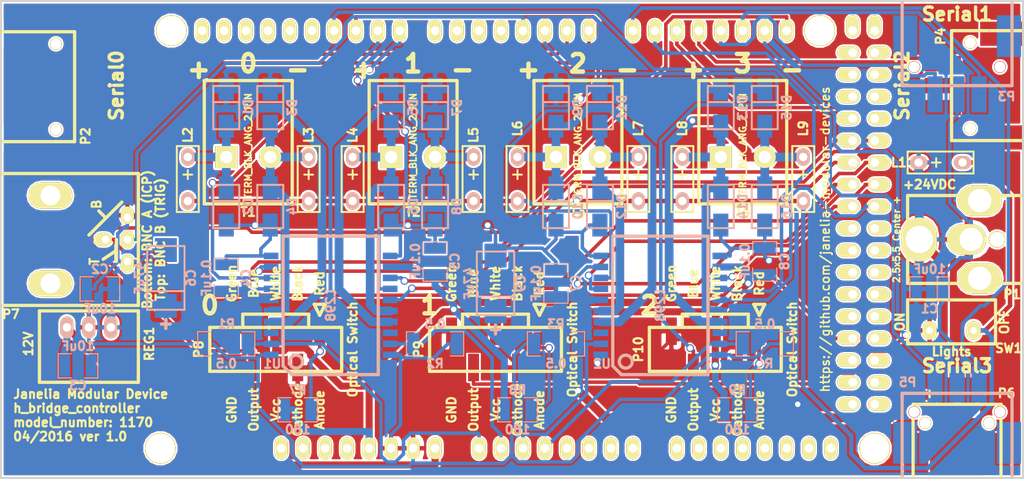
<source format=kicad_pcb>
(kicad_pcb (version 4) (host pcbnew 0.201603210401+6634~43~ubuntu14.04.1-product)
  (title_block (title h_bridge_controller) (rev 1.0))
  (layers (0 F.Cu signal hide) (31 B.Cu signal hide) (34 B.Paste user) (35 F.Paste user) (36 B.SilkS user) (37 F.SilkS user) (38 B.Mask user) (39 F.Mask user) (44 Edge.Cuts user))
  (net 0 "")
  (net 1 VAA)
  (net 2 GND)
  (net 3 /V_IN)
  (net 4 /TX3)
  (net 5 /BNC_A)
  (net 6 /BNC_B)
  (net 7 /RX0)
  (net 8 /TX0)
  (net 9 /RX3)
  (net 10 /TX2)
  (net 11 /RX2)
  (net 12 /TX1)
  (net 13 /RX1)
  (net 14 /OUT_0+)
  (net 15 /OUT_0-)
  (net 16 /OUT_1+)
  (net 17 /OUT_1-)
  (net 18 /OUT_2+)
  (net 19 /OUT_2-)
  (net 20 /OUT_3+)
  (net 21 /OUT_3-)
  (net 22 +5V)
  (net 23 /SENSE_0)
  (net 24 /SENSE_1)
  (net 25 /SW_2)
  (net 26 /SW_1)
  (net 27 /SW_0)
  (net 28 /DIR_0A)
  (net 29 /DIR_0B)
  (net 30 /DIR_1A)
  (net 31 /DIR_1B)
  (net 32 "Net-(P8-Pad1)")
  (net 33 "Net-(P9-Pad1)")
  (net 34 "Net-(P10-Pad1)")
  (net 35 /SENSE_2)
  (net 36 /SENSE_3)
  (net 37 /DIR_2A)
  (net 38 /DIR_2B)
  (net 39 /DIR_3A)
  (net 40 /DIR_3B)
  (net 41 /LED_GND)
  (net 42 /ENABLE_3)
  (net 43 /ENABLE_2)
  (net 44 /ENABLE_1)
  (net 45 /ENABLE_0)
  (module h_bridge_controller:DC_DC_CONV_R78C (layer F.Cu) (at 103.505 113.03 180)
    (fp_text reference REG1 (at -6.985 -1.905 270) (layer F.SilkS) (effects (font (size 1.016 1.016) (thickness 0.254))))
    (fp_text value CONV_DC_DC_12V_1A hide)
    (pad 2 thru_hole oval (at 0 0 180) (size 1.524 2.54) (drill 0.9906) (layers *.Cu *.SilkS *.Mask) (net 2 GND))
    (pad 3 thru_hole oval (at 2.54 0 180) (size 1.524 2.54) (drill 0.9906) (layers *.Cu *.SilkS *.Mask) (net 3 /V_IN))
    (pad 1 thru_hole oval (at -2.54 0 180) (size 1.524 2.54) (drill 0.9906) (layers *.Cu *.SilkS *.Mask) (net 1 VAA))
  )
  (module h_bridge_controller:DCJACK_2PIN_HIGHCURRENT (layer F.Cu) (at 211.455 102.87 270)
    (fp_text reference P1 (at 6.35 1.27 360) (layer F.SilkS) (effects (font (size 1.016 1.016) (thickness 0.254))))
    (fp_text value PWR_JACK_2.5x5.5 hide)
    (pad "" thru_hole circle (at 0 2.9972 270) (size 1.9304 1.9304) (drill 1.6002) (layers *.Cu *.Mask F.SilkS))
    (pad 2 thru_hole oval (at 0 5.9944 270) (size 3.556 4.572) (drill 2.6924 (offset 0 0.508)) (layers *.Cu *.Mask F.SilkS) (net 2 GND))
    (pad 1 thru_hole oval (at 0 11.9888 270) (size 5.08 4.064) (drill 3.1496) (layers *.Cu *.Mask F.SilkS) (net 1 VAA))
    (pad "" thru_hole oval (at -4.4958 5.0038 270) (size 3.556 5.08) (drill 2.6924) (layers *.Cu *.Mask F.SilkS))
    (pad "" thru_hole oval (at 4.4958 5.0038 270) (size 3.556 5.08) (drill 2.6924) (layers *.Cu *.Mask F.SilkS))
  )
  (module h_bridge_controller:SM1210 (layer B.Cu) (at 200.66 108.585)
    (fp_text reference C1 (at 0 2.286) (layer B.SilkS) (effects (font (size 1.016 1.016) (thickness 0.254)) (justify mirror)))
    (fp_text value 10uF (at 0 -2.286) (layer B.SilkS) (effects (font (size 1.016 1.016) (thickness 0.254)) (justify mirror)))
    (pad 1 smd rect (at -1.524 0) (size 1.27 2.54) (layers B.Cu B.Paste B.Mask) (net 1 VAA))
    (pad 2 smd rect (at 1.524 0) (size 1.27 2.54) (layers B.Cu B.Paste B.Mask) (net 2 GND))
  )
  (module h_bridge_controller:SM1210 (layer B.Cu) (at 104.775 108.585 180)
    (fp_text reference C2 (at 0 2.286 180) (layer B.SilkS) (effects (font (size 1.016 1.016) (thickness 0.254)) (justify mirror)))
    (fp_text value 10uF (at 0 -2.286 180) (layer B.SilkS) (effects (font (size 1.016 1.016) (thickness 0.254)) (justify mirror)))
    (pad 1 smd rect (at -1.524 0 180) (size 1.27 2.54) (layers B.Cu B.Paste B.Mask) (net 1 VAA))
    (pad 2 smd rect (at 1.524 0 180) (size 1.27 2.54) (layers B.Cu B.Paste B.Mask) (net 2 GND))
  )
  (module h_bridge_controller:BNC_DOUBLE (layer F.Cu) (at 99.06 102.87 90)
    (fp_text reference P7 (at -8.636 -4.572 360) (layer F.SilkS) (effects (font (size 1.016 1.016) (thickness 0.254))))
    (fp_text value BNC_DOUBLE_RA hide)
    (fp_text user "Top: BNC B (TRIG)" (at 0 12.7 90) (layer F.SilkS) (effects (font (size 1.016 1.016) (thickness 0.254))))
    (fp_text user "Bottom: BNC A (ICP)" (at 0 11.176 90) (layer F.SilkS) (effects (font (size 1.016 1.016) (thickness 0.254))))
    (fp_text user B (at 4.064 5.334 90) (layer F.SilkS) (effects (font (size 1.016 1.016) (thickness 0.254))))
    (fp_text user T (at -2.54 5.08 90) (layer F.SilkS) (effects (font (size 1.016 1.016) (thickness 0.254))))
    (pad "" thru_hole oval (at -5.08 0 90) (size 3.048 5.08) (drill 2.286) (layers *.Cu *.Mask F.SilkS))
    (pad "" thru_hole oval (at 5.08 0 90) (size 3.048 5.08) (drill 2.286) (layers *.Cu *.Mask F.SilkS))
    (pad 1 thru_hole oval (at 0 6.35 90) (size 1.524 2.032) (drill 0.889 (offset 0 -0.254)) (layers *.Cu *.Mask F.SilkS) (net 5 /BNC_A))
    (pad 3 thru_hole oval (at 0 8.89 90) (size 2.032 1.524) (drill 0.889) (layers *.Cu *.Mask F.SilkS) (net 6 /BNC_B))
    (pad 2 thru_hole oval (at 2.54 8.89 90) (size 2.032 1.524) (drill 0.889 (offset 0.254 0)) (layers *.Cu *.Mask F.SilkS) (net 2 GND))
    (pad 4 thru_hole oval (at -2.54 8.89 90) (size 2.032 1.524) (drill 0.889 (offset -0.254 0)) (layers *.Cu *.Mask F.SilkS) (net 2 GND))
  )
  (module h_bridge_controller:ARDUINO_MEGA_SHIELD (layer F.Cu) (at 97.79 129.54)
    (fp_text reference ARDUINO1 hide)
    (fp_text value ARDUINO_MEGA hide)
    (pad "" thru_hole circle (at 13.97 -2.54) (size 3.556 3.556) (drill 3.302) (layers *.Cu *.Mask F.SilkS) (clearance 0.1016))
    (pad "" thru_hole circle (at 15.24 -50.8) (size 3.556 3.556) (drill 3.302) (layers *.Cu *.Mask F.SilkS) (clearance 0.1016))
    (pad "" thru_hole circle (at 96.52 -2.54) (size 3.556 3.556) (drill 3.302) (layers *.Cu *.Mask F.SilkS) (clearance 0.1016))
    (pad "" thru_hole circle (at 90.17 -50.8) (size 3.556 3.556) (drill 3.302) (layers *.Cu *.Mask F.SilkS) (clearance 0.1016))
    (pad NC thru_hole oval (at 27.94 -2.54 90) (size 2.54 1.524) (drill 1.016) (layers *.Cu *.Mask F.SilkS))
    (pad IREF thru_hole oval (at 30.48 -2.54 90) (size 2.54 1.524) (drill 1.016) (layers *.Cu *.Mask F.SilkS))
    (pad RST thru_hole oval (at 33.02 -2.54 90) (size 2.54 1.524) (drill 1.016) (layers *.Cu *.Mask F.SilkS))
    (pad 3V3 thru_hole oval (at 35.56 -2.54 90) (size 2.54 1.524) (drill 1.016) (layers *.Cu *.Mask F.SilkS))
    (pad 5V_1 thru_hole oval (at 38.1 -2.54 90) (size 2.54 1.524) (drill 1.016) (layers *.Cu *.Mask F.SilkS) (net 22 +5V))
    (pad GND1 thru_hole oval (at 40.64 -2.54 90) (size 2.54 1.524) (drill 1.016) (layers *.Cu *.Mask F.SilkS) (net 2 GND))
    (pad GND2 thru_hole oval (at 43.18 -2.54 90) (size 2.54 1.524) (drill 1.016) (layers *.Cu *.Mask F.SilkS) (net 2 GND))
    (pad V_IN thru_hole oval (at 45.72 -2.54 90) (size 2.54 1.524) (drill 1.016) (layers *.Cu *.Mask F.SilkS) (net 3 /V_IN))
    (pad A0 thru_hole oval (at 50.8 -2.54 90) (size 2.54 1.524) (drill 1.016) (layers *.Cu *.Mask F.SilkS) (net 23 /SENSE_0))
    (pad A1 thru_hole oval (at 53.34 -2.54 90) (size 2.54 1.524) (drill 1.016) (layers *.Cu *.Mask F.SilkS) (net 24 /SENSE_1))
    (pad A2 thru_hole oval (at 55.88 -2.54 90) (size 2.54 1.524) (drill 1.016) (layers *.Cu *.Mask F.SilkS) (net 35 /SENSE_2))
    (pad A3 thru_hole oval (at 58.42 -2.54 90) (size 2.54 1.524) (drill 1.016) (layers *.Cu *.Mask F.SilkS) (net 36 /SENSE_3))
    (pad A4 thru_hole oval (at 60.96 -2.54 90) (size 2.54 1.524) (drill 1.016) (layers *.Cu *.Mask F.SilkS))
    (pad A5 thru_hole oval (at 63.5 -2.54 90) (size 2.54 1.524) (drill 1.016) (layers *.Cu *.Mask F.SilkS))
    (pad A6 thru_hole oval (at 66.04 -2.54 90) (size 2.54 1.524) (drill 1.016) (layers *.Cu *.Mask F.SilkS))
    (pad A7 thru_hole oval (at 68.58 -2.54 90) (size 2.54 1.524) (drill 1.016) (layers *.Cu *.Mask F.SilkS))
    (pad A8 thru_hole oval (at 73.66 -2.54 90) (size 2.54 1.524) (drill 1.016) (layers *.Cu *.Mask F.SilkS))
    (pad A9 thru_hole oval (at 76.2 -2.54 90) (size 2.54 1.524) (drill 1.016) (layers *.Cu *.Mask F.SilkS))
    (pad A10 thru_hole oval (at 78.74 -2.54 90) (size 2.54 1.524) (drill 1.016) (layers *.Cu *.Mask F.SilkS))
    (pad A11 thru_hole oval (at 81.28 -2.54 90) (size 2.54 1.524) (drill 1.016) (layers *.Cu *.Mask F.SilkS))
    (pad A12 thru_hole oval (at 83.82 -2.54 90) (size 2.54 1.524) (drill 1.016) (layers *.Cu *.Mask F.SilkS))
    (pad A13 thru_hole oval (at 86.36 -2.54 90) (size 2.54 1.524) (drill 1.016) (layers *.Cu *.Mask F.SilkS))
    (pad A14 thru_hole oval (at 88.9 -2.54 90) (size 2.54 1.524) (drill 1.016) (layers *.Cu *.Mask F.SilkS))
    (pad A15 thru_hole oval (at 91.44 -2.54 90) (size 2.54 1.524) (drill 1.016) (layers *.Cu *.Mask F.SilkS))
    (pad 21B thru_hole oval (at 18.796 -50.8 90) (size 2.54 1.524) (drill 1.016) (layers *.Cu *.Mask F.SilkS))
    (pad 20B thru_hole oval (at 21.336 -50.8 90) (size 2.54 1.524) (drill 1.016) (layers *.Cu *.Mask F.SilkS))
    (pad AREF thru_hole oval (at 23.876 -50.8 90) (size 2.54 1.524) (drill 1.016) (layers *.Cu *.Mask F.SilkS))
    (pad GND3 thru_hole oval (at 26.416 -50.8 90) (size 2.54 1.524) (drill 1.016) (layers *.Cu *.Mask F.SilkS))
    (pad 13 thru_hole oval (at 28.956 -50.8 90) (size 2.54 1.524) (drill 1.016) (layers *.Cu *.Mask F.SilkS))
    (pad 12 thru_hole oval (at 31.496 -50.8 90) (size 2.54 1.524) (drill 1.016) (layers *.Cu *.Mask F.SilkS))
    (pad 11 thru_hole oval (at 34.036 -50.8 90) (size 2.54 1.524) (drill 1.016) (layers *.Cu *.Mask F.SilkS) (net 42 /ENABLE_3))
    (pad 10 thru_hole oval (at 36.576 -50.8 90) (size 2.54 1.524) (drill 1.016) (layers *.Cu *.Mask F.SilkS) (net 43 /ENABLE_2))
    (pad 9 thru_hole oval (at 39.116 -50.8 90) (size 2.54 1.524) (drill 1.016) (layers *.Cu *.Mask F.SilkS) (net 44 /ENABLE_1))
    (pad 8 thru_hole oval (at 41.656 -50.8 90) (size 2.54 1.524) (drill 1.016) (layers *.Cu *.Mask F.SilkS) (net 45 /ENABLE_0))
    (pad 7 thru_hole oval (at 45.72 -50.8 90) (size 2.54 1.524) (drill 1.016) (layers *.Cu *.Mask F.SilkS))
    (pad 0 thru_hole oval (at 63.5 -50.8 90) (size 2.54 1.524) (drill 1.016) (layers *.Cu *.Mask F.SilkS) (net 7 /RX0))
    (pad 1 thru_hole oval (at 60.96 -50.8 90) (size 2.54 1.524) (drill 1.016) (layers *.Cu *.Mask F.SilkS) (net 8 /TX0))
    (pad 2 thru_hole oval (at 58.42 -50.8 90) (size 2.54 1.524) (drill 1.016) (layers *.Cu *.Mask F.SilkS) (net 25 /SW_2))
    (pad 3 thru_hole oval (at 55.88 -50.8 90) (size 2.54 1.524) (drill 1.016) (layers *.Cu *.Mask F.SilkS) (net 6 /BNC_B))
    (pad 4 thru_hole oval (at 53.34 -50.8 90) (size 2.54 1.524) (drill 1.016) (layers *.Cu *.Mask F.SilkS))
    (pad 5 thru_hole oval (at 50.8 -50.8 90) (size 2.54 1.524) (drill 1.016) (layers *.Cu *.Mask F.SilkS))
    (pad 6 thru_hole oval (at 48.26 -50.8 90) (size 2.54 1.524) (drill 1.016) (layers *.Cu *.Mask F.SilkS))
    (pad 14 thru_hole oval (at 68.58 -50.8 90) (size 2.54 1.524) (drill 1.016) (layers *.Cu *.Mask F.SilkS) (net 4 /TX3))
    (pad 15 thru_hole oval (at 71.12 -50.8 90) (size 2.54 1.524) (drill 1.016) (layers *.Cu *.Mask F.SilkS) (net 9 /RX3))
    (pad 16 thru_hole oval (at 73.66 -50.8 90) (size 2.54 1.524) (drill 1.016) (layers *.Cu *.Mask F.SilkS) (net 10 /TX2))
    (pad 17 thru_hole oval (at 76.2 -50.8 90) (size 2.54 1.524) (drill 1.016) (layers *.Cu *.Mask F.SilkS) (net 11 /RX2))
    (pad 18 thru_hole oval (at 78.74 -50.8 90) (size 2.54 1.524) (drill 1.016) (layers *.Cu *.Mask F.SilkS) (net 12 /TX1))
    (pad 19 thru_hole oval (at 81.28 -50.8 90) (size 2.54 1.524) (drill 1.016) (layers *.Cu *.Mask F.SilkS) (net 13 /RX1))
    (pad 20 thru_hole oval (at 83.82 -50.8 90) (size 2.54 1.524) (drill 1.016) (layers *.Cu *.Mask F.SilkS) (net 26 /SW_1))
    (pad 21 thru_hole oval (at 86.36 -50.8 90) (size 2.54 1.524) (drill 1.016) (layers *.Cu *.Mask F.SilkS) (net 27 /SW_0))
    (pad 5V_4 thru_hole oval (at 93.98 -50.8 90) (size 2.54 1.524) (drill 1.016 (offset 0.508 0)) (layers *.Cu *.Mask F.SilkS))
    (pad 5V_5 thru_hole oval (at 96.52 -50.8 90) (size 2.54 1.524) (drill 1.016 (offset 0.508 0)) (layers *.Cu *.Mask F.SilkS))
    (pad 22 thru_hole oval (at 93.98 -48.26 90) (size 1.524 2.54) (drill 1.016 (offset 0 -0.508)) (layers *.Cu *.Mask F.SilkS))
    (pad 23 thru_hole oval (at 96.52 -48.26 90) (size 1.524 2.54) (drill 1.016 (offset 0 0.508)) (layers *.Cu *.Mask F.SilkS))
    (pad 24 thru_hole oval (at 93.98 -45.72 90) (size 1.524 2.54) (drill 1.016 (offset 0 -0.508)) (layers *.Cu *.Mask F.SilkS))
    (pad 25 thru_hole oval (at 96.52 -45.72 90) (size 1.524 2.54) (drill 1.016 (offset 0 0.508)) (layers *.Cu *.Mask F.SilkS))
    (pad 26 thru_hole oval (at 93.98 -43.18 90) (size 1.524 2.54) (drill 1.016 (offset 0 -0.508)) (layers *.Cu *.Mask F.SilkS))
    (pad 27 thru_hole oval (at 96.52 -43.18 90) (size 1.524 2.54) (drill 1.016 (offset 0 0.508)) (layers *.Cu *.Mask F.SilkS))
    (pad 28 thru_hole oval (at 93.98 -40.64 90) (size 1.524 2.54) (drill 1.016 (offset 0 -0.508)) (layers *.Cu *.Mask F.SilkS))
    (pad 29 thru_hole oval (at 96.52 -40.64 90) (size 1.524 2.54) (drill 1.016 (offset 0 0.508)) (layers *.Cu *.Mask F.SilkS))
    (pad 30 thru_hole oval (at 93.98 -38.1 90) (size 1.524 2.54) (drill 1.016 (offset 0 -0.508)) (layers *.Cu *.Mask F.SilkS) (net 28 /DIR_0A))
    (pad 31 thru_hole oval (at 96.52 -38.1 90) (size 1.524 2.54) (drill 1.016 (offset 0 0.508)) (layers *.Cu *.Mask F.SilkS) (net 29 /DIR_0B))
    (pad 32 thru_hole oval (at 93.98 -35.56 90) (size 1.524 2.54) (drill 1.016 (offset 0 -0.508)) (layers *.Cu *.Mask F.SilkS) (net 30 /DIR_1A))
    (pad 33 thru_hole oval (at 96.52 -35.56 90) (size 1.524 2.54) (drill 1.016 (offset 0 0.508)) (layers *.Cu *.Mask F.SilkS) (net 31 /DIR_1B))
    (pad 34 thru_hole oval (at 93.98 -33.02 90) (size 1.524 2.54) (drill 1.016 (offset 0 -0.508)) (layers *.Cu *.Mask F.SilkS) (net 37 /DIR_2A))
    (pad 35 thru_hole oval (at 96.52 -33.02 90) (size 1.524 2.54) (drill 1.016 (offset 0 0.508)) (layers *.Cu *.Mask F.SilkS) (net 38 /DIR_2B))
    (pad 36 thru_hole oval (at 93.98 -30.48 90) (size 1.524 2.54) (drill 1.016 (offset 0 -0.508)) (layers *.Cu *.Mask F.SilkS) (net 39 /DIR_3A))
    (pad 37 thru_hole oval (at 96.52 -30.48 90) (size 1.524 2.54) (drill 1.016 (offset 0 0.508)) (layers *.Cu *.Mask F.SilkS) (net 40 /DIR_3B))
    (pad 38 thru_hole oval (at 93.98 -27.94 90) (size 1.524 2.54) (drill 1.016 (offset 0 -0.508)) (layers *.Cu *.Mask F.SilkS))
    (pad 39 thru_hole oval (at 96.52 -27.94 90) (size 1.524 2.54) (drill 1.016 (offset 0 0.508)) (layers *.Cu *.Mask F.SilkS))
    (pad 40 thru_hole oval (at 93.98 -25.4 90) (size 1.524 2.54) (drill 1.016 (offset 0 -0.508)) (layers *.Cu *.Mask F.SilkS))
    (pad 41 thru_hole oval (at 96.52 -25.4 90) (size 1.524 2.54) (drill 1.016 (offset 0 0.508)) (layers *.Cu *.Mask F.SilkS))
    (pad 42 thru_hole oval (at 93.98 -22.86 90) (size 1.524 2.54) (drill 1.016 (offset 0 -0.508)) (layers *.Cu *.Mask F.SilkS))
    (pad 43 thru_hole oval (at 96.52 -22.86 90) (size 1.524 2.54) (drill 1.016 (offset 0 0.508)) (layers *.Cu *.Mask F.SilkS))
    (pad 44 thru_hole oval (at 93.98 -20.32 90) (size 1.524 2.54) (drill 1.016 (offset 0 -0.508)) (layers *.Cu *.Mask F.SilkS))
    (pad 45 thru_hole oval (at 96.52 -20.32 90) (size 1.524 2.54) (drill 1.016 (offset 0 0.508)) (layers *.Cu *.Mask F.SilkS))
    (pad 46 thru_hole oval (at 93.98 -17.78 90) (size 1.524 2.54) (drill 1.016 (offset 0 -0.508)) (layers *.Cu *.Mask F.SilkS))
    (pad 47 thru_hole oval (at 96.52 -17.78 90) (size 1.524 2.54) (drill 1.016 (offset 0 0.508)) (layers *.Cu *.Mask F.SilkS))
    (pad 48 thru_hole oval (at 93.98 -15.24 90) (size 1.524 2.54) (drill 1.016 (offset 0 -0.508)) (layers *.Cu *.Mask F.SilkS) (net 5 /BNC_A))
    (pad 49 thru_hole oval (at 96.52 -15.24 90) (size 1.524 2.54) (drill 1.016 (offset 0 0.508)) (layers *.Cu *.Mask F.SilkS))
    (pad 50 thru_hole oval (at 93.98 -12.7 90) (size 1.524 2.54) (drill 1.016 (offset 0 -0.508)) (layers *.Cu *.Mask F.SilkS))
    (pad 51 thru_hole oval (at 96.52 -12.7 90) (size 1.524 2.54) (drill 1.016 (offset 0 0.508)) (layers *.Cu *.Mask F.SilkS))
    (pad 52 thru_hole oval (at 93.98 -10.16 90) (size 1.524 2.54) (drill 1.016 (offset 0 -0.508)) (layers *.Cu *.Mask F.SilkS))
    (pad 53 thru_hole oval (at 96.52 -10.16 90) (size 1.524 2.54) (drill 1.016 (offset 0 0.508)) (layers *.Cu *.Mask F.SilkS))
    (pad GND4 thru_hole oval (at 93.98 -7.62 90) (size 1.524 2.54) (drill 1.016 (offset 0 -0.508)) (layers *.Cu *.Mask F.SilkS))
    (pad GND5 thru_hole oval (at 96.52 -7.62 90) (size 1.524 2.54) (drill 1.016 (offset 0 0.508)) (layers *.Cu *.Mask F.SilkS))
  )
  (module h_bridge_controller:SPST_SLIDE_AS (layer F.Cu) (at 203.2 112.395 90)
    (fp_text reference SW1 (at -3.048 6.604 180) (layer F.SilkS) (effects (font (size 1.016 1.016) (thickness 0.254))))
    (fp_text value SPST_SLIDE_AS hide)
    (fp_text user OFF (at 0 6.096 90) (layer F.SilkS) (effects (font (size 1.016 1.016) (thickness 0.254))))
    (fp_text user ON (at 0 -5.969 90) (layer F.SilkS) (effects (font (size 1.016 1.016) (thickness 0.254))))
    (pad 1 thru_hole oval (at -0.9906 -2.54 90) (size 2.159 1.651) (drill 0.7874) (layers *.Cu *.Mask F.SilkS) (net 2 GND))
    (pad 3 thru_hole oval (at -0.9906 2.54 90) (size 2.159 1.651) (drill 0.7874) (layers *.Cu *.Mask F.SilkS) (net 41 /LED_GND))
  )
  (module h_bridge_controller:Header_3_Pin_SMD_RA (layer F.Cu) (at 96.139 85.217 90)
    (fp_text reference P2 (at -5.715 6.985 90) (layer F.SilkS) (effects (font (size 1.016 1.016) (thickness 0.254))))
    (fp_text value HEADER_01X03_SMD_RA hide)
    (pad 1 smd rect (at -2.54 6.731 90) (size 1.778 4.191) (layers F.Cu F.Paste F.Mask) (net 7 /RX0))
    (pad 2 smd rect (at 0 6.731 90) (size 1.778 4.191) (layers F.Cu F.Paste F.Mask) (net 2 GND))
    (pad 3 smd rect (at 2.54 6.731 90) (size 1.778 4.191) (layers F.Cu F.Paste F.Mask) (net 8 /TX0))
    (pad "" thru_hole circle (at -4.953 3.556 90) (size 1.397 1.397) (drill 1.1938) (layers *.Cu *.Mask F.SilkS) (clearance 0.1016))
    (pad "" thru_hole circle (at 4.953 3.556 90) (size 1.397 1.397) (drill 1.1938) (layers *.Cu *.Mask F.SilkS) (clearance 0.1016))
    (pad "" smd rect (at -5.9944 0 90) (size 2.794 4.826) (layers F.Cu F.Paste F.Mask) (clearance 0.1016))
    (pad "" smd rect (at 5.9944 0 90) (size 2.794 4.826) (layers F.Cu F.Paste F.Mask) (clearance 0.1016))
  )
  (module h_bridge_controller:Header_3_Pin_SMD_RA (layer B.Cu) (at 203.835 79.375 180)
    (fp_text reference P3 (at -5.715 -6.985 180) (layer B.SilkS) (effects (font (size 1.016 1.016) (thickness 0.254)) (justify mirror)))
    (fp_text value HEADER_01X03_SMD_RA hide)
    (pad 1 smd rect (at -2.54 -6.731 180) (size 1.778 4.191) (layers B.Cu B.Paste B.Mask) (net 13 /RX1))
    (pad 2 smd rect (at 0 -6.731 180) (size 1.778 4.191) (layers B.Cu B.Paste B.Mask) (net 2 GND))
    (pad 3 smd rect (at 2.54 -6.731 180) (size 1.778 4.191) (layers B.Cu B.Paste B.Mask) (net 12 /TX1))
    (pad "" thru_hole circle (at -4.953 -3.556 180) (size 1.397 1.397) (drill 1.1938) (layers *.Cu *.Mask B.SilkS) (clearance 0.1016))
    (pad "" thru_hole circle (at 4.953 -3.556 180) (size 1.397 1.397) (drill 1.1938) (layers *.Cu *.Mask B.SilkS) (clearance 0.1016))
    (pad "" smd rect (at -5.9944 0 180) (size 2.794 4.826) (layers B.Cu B.Paste B.Mask) (clearance 0.1016))
    (pad "" smd rect (at 5.9944 0 180) (size 2.794 4.826) (layers B.Cu B.Paste B.Mask) (clearance 0.1016))
  )
  (module h_bridge_controller:Header_3_Pin_SMD_RA (layer F.Cu) (at 208.915 85.09 270)
    (fp_text reference P4 (at -5.715 6.985 270) (layer F.SilkS) (effects (font (size 1.016 1.016) (thickness 0.254))))
    (fp_text value HEADER_01X03_SMD_RA hide)
    (pad 1 smd rect (at -2.54 6.731 270) (size 1.778 4.191) (layers F.Cu F.Paste F.Mask) (net 11 /RX2))
    (pad 2 smd rect (at 0 6.731 270) (size 1.778 4.191) (layers F.Cu F.Paste F.Mask) (net 2 GND))
    (pad 3 smd rect (at 2.54 6.731 270) (size 1.778 4.191) (layers F.Cu F.Paste F.Mask) (net 10 /TX2))
    (pad "" thru_hole circle (at -4.953 3.556 270) (size 1.397 1.397) (drill 1.1938) (layers *.Cu *.Mask F.SilkS) (clearance 0.1016))
    (pad "" thru_hole circle (at 4.953 3.556 270) (size 1.397 1.397) (drill 1.1938) (layers *.Cu *.Mask F.SilkS) (clearance 0.1016))
    (pad "" smd rect (at -5.9944 0 270) (size 2.794 4.826) (layers F.Cu F.Paste F.Mask) (clearance 0.1016))
    (pad "" smd rect (at 5.9944 0 270) (size 2.794 4.826) (layers F.Cu F.Paste F.Mask) (clearance 0.1016))
  )
  (module h_bridge_controller:Header_3_Pin_SMD_RA (layer B.Cu) (at 203.835 126.365)
    (fp_text reference P5 (at -5.715 -6.985) (layer B.SilkS) (effects (font (size 1.016 1.016) (thickness 0.254)) (justify mirror)))
    (fp_text value HEADER_01X03_SMD_RA hide)
    (pad 1 smd rect (at -2.54 -6.731) (size 1.778 4.191) (layers B.Cu B.Paste B.Mask) (net 9 /RX3))
    (pad 2 smd rect (at 0 -6.731) (size 1.778 4.191) (layers B.Cu B.Paste B.Mask) (net 2 GND))
    (pad 3 smd rect (at 2.54 -6.731) (size 1.778 4.191) (layers B.Cu B.Paste B.Mask) (net 4 /TX3))
    (pad "" thru_hole circle (at -4.953 -3.556) (size 1.397 1.397) (drill 1.1938) (layers *.Cu *.Mask B.SilkS) (clearance 0.1016))
    (pad "" thru_hole circle (at 4.953 -3.556) (size 1.397 1.397) (drill 1.1938) (layers *.Cu *.Mask B.SilkS) (clearance 0.1016))
    (pad "" smd rect (at -5.9944 0) (size 2.794 4.826) (layers B.Cu B.Paste B.Mask) (clearance 0.1016))
    (pad "" smd rect (at 5.9944 0) (size 2.794 4.826) (layers B.Cu B.Paste B.Mask) (clearance 0.1016))
  )
  (module h_bridge_controller:Header_2_Pin_SMD_RA (layer F.Cu) (at 203.835 127.635 180)
    (fp_text reference P6 (at -5.715 6.985 360) (layer F.SilkS) (effects (font (size 1.016 1.016) (thickness 0.254))))
    (fp_text value HEADER_01X02_SMD_RA hide)
    (pad 1 smd rect (at -1.27 6.731 180) (size 1.778 4.191) (layers F.Cu F.Paste F.Mask) (net 2 GND))
    (pad 2 smd rect (at 1.27 6.731 180) (size 1.778 4.191) (layers F.Cu F.Paste F.Mask) (net 1 VAA))
    (pad "" thru_hole circle (at -3.683 3.556 180) (size 1.397 1.397) (drill 1.1938) (layers *.Cu *.Mask F.SilkS) (clearance 0.1016))
    (pad "" thru_hole circle (at 3.683 3.556 180) (size 1.397 1.397) (drill 1.1938) (layers *.Cu *.Mask F.SilkS) (clearance 0.1016))
    (pad "" smd rect (at -4.7244 0 180) (size 2.794 4.826) (layers F.Cu F.Paste F.Mask) (clearance 0.1016))
    (pad "" smd rect (at 4.7244 0 180) (size 2.794 4.826) (layers F.Cu F.Paste F.Mask) (clearance 0.1016))
  )
  (module h_bridge_controller:SM1210 (layer B.Cu) (at 102.235 117.475)
    (fp_text reference C3 (at 0 2.286) (layer B.SilkS) (effects (font (size 1.016 1.016) (thickness 0.254)) (justify mirror)))
    (fp_text value 10uF (at 0 -2.286) (layer B.SilkS) (effects (font (size 1.016 1.016) (thickness 0.254)) (justify mirror)))
    (pad 1 smd rect (at -1.524 0) (size 1.27 2.54) (layers B.Cu B.Paste B.Mask) (net 3 /V_IN))
    (pad 2 smd rect (at 1.524 0) (size 1.27 2.54) (layers B.Cu B.Paste B.Mask) (net 2 GND))
  )
  (module h_bridge_controller:SM1210 (layer B.Cu) (at 127.635 122.555 180)
    (fp_text reference R7 (at 0 2.286 180) (layer B.SilkS) (effects (font (size 1.016 1.016) (thickness 0.254)) (justify mirror)))
    (fp_text value 180 (at 0 -2.286 180) (layer B.SilkS) (effects (font (size 1.016 1.016) (thickness 0.254)) (justify mirror)))
    (pad 1 smd rect (at -1.524 0 180) (size 1.27 2.54) (layers B.Cu B.Paste B.Mask) (net 32 "Net-(P8-Pad1)"))
    (pad 2 smd rect (at 1.524 0 180) (size 1.27 2.54) (layers B.Cu B.Paste B.Mask) (net 22 +5V))
  )
  (module h_bridge_controller:LED_555-3XXX (layer F.Cu) (at 147.955 95.885)
    (fp_text reference L5 (at 0 -5.08 270) (layer F.SilkS) (effects (font (size 1.016 1.016) (thickness 0.254))))
    (fp_text value LED_24V hide)
    (pad 1 thru_hole oval (at 0 -2.54) (size 1.524 2.032) (drill 0.9652) (layers *.Cu *.SilkS *.Mask) (net 17 /OUT_1-))
    (pad 2 thru_hole oval (at 0 2.54) (size 1.524 2.032) (drill 0.9652) (layers *.Cu *.SilkS *.Mask) (net 41 /LED_GND))
  )
  (module h_bridge_controller:LED_555-3XXX (layer F.Cu) (at 133.985 95.885)
    (fp_text reference L4 (at 0 -5.08 270) (layer F.SilkS) (effects (font (size 1.016 1.016) (thickness 0.254))))
    (fp_text value LED_24V hide)
    (pad 1 thru_hole oval (at 0 -2.54) (size 1.524 2.032) (drill 0.9652) (layers *.Cu *.SilkS *.Mask) (net 16 /OUT_1+))
    (pad 2 thru_hole oval (at 0 2.54) (size 1.524 2.032) (drill 0.9652) (layers *.Cu *.SilkS *.Mask) (net 41 /LED_GND))
  )
  (module h_bridge_controller:LED_555-3XXX (layer F.Cu) (at 128.905 95.885)
    (fp_text reference L3 (at 0 -5.08 270) (layer F.SilkS) (effects (font (size 1.016 1.016) (thickness 0.254))))
    (fp_text value LED_24V hide)
    (pad 1 thru_hole oval (at 0 -2.54) (size 1.524 2.032) (drill 0.9652) (layers *.Cu *.SilkS *.Mask) (net 15 /OUT_0-))
    (pad 2 thru_hole oval (at 0 2.54) (size 1.524 2.032) (drill 0.9652) (layers *.Cu *.SilkS *.Mask) (net 41 /LED_GND))
  )
  (module h_bridge_controller:LED_555-3XXX (layer F.Cu) (at 114.935 95.885)
    (fp_text reference L2 (at 0 -5.08 270) (layer F.SilkS) (effects (font (size 1.016 1.016) (thickness 0.254))))
    (fp_text value LED_24V hide)
    (pad 1 thru_hole oval (at 0 -2.54) (size 1.524 2.032) (drill 0.9652) (layers *.Cu *.SilkS *.Mask) (net 14 /OUT_0+))
    (pad 2 thru_hole oval (at 0 2.54) (size 1.524 2.032) (drill 0.9652) (layers *.Cu *.SilkS *.Mask) (net 41 /LED_GND))
  )
  (module h_bridge_controller:LED_555-3XXX (layer F.Cu) (at 201.93 93.98 90)
    (fp_text reference L1 (at 0 -4.826 360) (layer F.SilkS) (effects (font (size 1.016 1.016) (thickness 0.254))))
    (fp_text value LED_24V hide)
    (pad 1 thru_hole oval (at 0 -2.54 90) (size 1.524 2.032) (drill 0.9652) (layers *.Cu *.SilkS *.Mask) (net 1 VAA))
    (pad 2 thru_hole oval (at 0 2.54 90) (size 1.524 2.032) (drill 0.9652) (layers *.Cu *.SilkS *.Mask) (net 41 /LED_GND))
  )
  (module h_bridge_controller:SM1210 (layer B.Cu) (at 119.38 107.315 90)
    (fp_text reference C4 (at 0 2.286 90) (layer B.SilkS) (effects (font (size 1.016 1.016) (thickness 0.254)) (justify mirror)))
    (fp_text value 0.1uF (at 0 -2.286 90) (layer B.SilkS) (effects (font (size 1.016 1.016) (thickness 0.254)) (justify mirror)))
    (pad 1 smd rect (at -1.524 0 90) (size 1.27 2.54) (layers B.Cu B.Paste B.Mask) (net 1 VAA))
    (pad 2 smd rect (at 1.524 0 90) (size 1.27 2.54) (layers B.Cu B.Paste B.Mask) (net 2 GND))
  )
  (module h_bridge_controller:SM1210 (layer B.Cu) (at 143.51 105.41 90)
    (fp_text reference C5 (at 0 2.286 90) (layer B.SilkS) (effects (font (size 1.016 1.016) (thickness 0.254)) (justify mirror)))
    (fp_text value 0.1uF (at 0 -2.286 90) (layer B.SilkS) (effects (font (size 1.016 1.016) (thickness 0.254)) (justify mirror)))
    (pad 1 smd rect (at -1.524 0 90) (size 1.27 2.54) (layers B.Cu B.Paste B.Mask) (net 22 +5V))
    (pad 2 smd rect (at 1.524 0 90) (size 1.27 2.54) (layers B.Cu B.Paste B.Mask) (net 2 GND))
  )
  (module h_bridge_controller:SM2917_POL (layer B.Cu) (at 112.395 107.315 90)
    (fp_text reference C6 (at 0 2.921 90) (layer B.SilkS) (effects (font (size 1.016 1.016) (thickness 0.254)) (justify mirror)))
    (fp_text value 47uF (at 0 -3.048 90) (layer B.SilkS) (effects (font (size 1.016 1.016) (thickness 0.254)) (justify mirror)))
    (pad 1 smd rect (at -3.22 0 90) (size 2.77 2.55) (layers B.Cu B.Paste B.Mask) (net 1 VAA))
    (pad 2 smd rect (at 3.22 0 90) (size 2.77 2.55) (layers B.Cu B.Paste B.Mask) (net 2 GND))
  )
  (module h_bridge_controller:SM2010 (layer B.Cu) (at 157.48 114.935 180)
    (fp_text reference R3 (at 0 2.286 180) (layer B.SilkS) (effects (font (size 1.016 1.016) (thickness 0.254)) (justify mirror)))
    (fp_text value 0.5 (at 0 -2.286 180) (layer B.SilkS) (effects (font (size 1.016 1.016) (thickness 0.254)) (justify mirror)))
    (pad 1 smd rect (at -2.5019 0 180) (size 1.397 2.4892) (layers B.Cu B.Paste B.Mask) (net 35 /SENSE_2))
    (pad 2 smd rect (at 2.5019 0 180) (size 1.397 2.4892) (layers B.Cu B.Paste B.Mask) (net 2 GND))
  )
  (module h_bridge_controller:SM2010 (layer B.Cu) (at 181.61 114.935)
    (fp_text reference R4 (at 0 2.286) (layer B.SilkS) (effects (font (size 1.016 1.016) (thickness 0.254)) (justify mirror)))
    (fp_text value 0.5 (at 0 -2.286) (layer B.SilkS) (effects (font (size 1.016 1.016) (thickness 0.254)) (justify mirror)))
    (pad 1 smd rect (at -2.5019 0) (size 1.397 2.4892) (layers B.Cu B.Paste B.Mask) (net 36 /SENSE_3))
    (pad 2 smd rect (at 2.5019 0) (size 1.397 2.4892) (layers B.Cu B.Paste B.Mask) (net 2 GND))
  )
  (module h_bridge_controller:POWERSO20 (layer B.Cu) (at 131.445 110.49 90)
    (fp_text reference U1 (at -6.75 -6.75 360) (layer B.SilkS) (effects (font (size 1.016 1.016) (thickness 0.254)) (justify mirror)))
    (fp_text value L298 (at 0 0 90) (layer B.SilkS) (effects (font (size 1.016 1.016) (thickness 0.254)) (justify mirror)))
    (pad 1 smd rect (at -5.715 -6.88 90) (size 0.76 1.7) (layers B.Cu B.Paste B.Mask) (net 2 GND) (clearance 0.05))
    (pad 2 smd rect (at -4.445 -6.88 90) (size 0.76 1.7) (layers B.Cu B.Paste B.Mask) (net 23 /SENSE_0) (clearance 0.05))
    (pad 3 smd rect (at -3.175 -6.88 90) (size 0.76 1.7) (layers B.Cu B.Paste B.Mask) (clearance 0.05))
    (pad 4 smd rect (at -1.905 -6.88 90) (size 0.76 1.7) (layers B.Cu B.Paste B.Mask) (net 14 /OUT_0+) (clearance 0.05))
    (pad 5 smd rect (at -0.635 -6.88 90) (size 0.76 1.7) (layers B.Cu B.Paste B.Mask) (net 15 /OUT_0-) (clearance 0.05))
    (pad 6 smd rect (at 0.635 -6.88 90) (size 0.76 1.7) (layers B.Cu B.Paste B.Mask) (net 1 VAA) (clearance 0.05))
    (pad 7 smd rect (at 1.905 -6.88 90) (size 0.76 1.7) (layers B.Cu B.Paste B.Mask) (net 28 /DIR_0A) (clearance 0.05))
    (pad 8 smd rect (at 3.175 -6.88 90) (size 0.76 1.7) (layers B.Cu B.Paste B.Mask) (net 45 /ENABLE_0) (clearance 0.05))
    (pad 9 smd rect (at 4.445 -6.88 90) (size 0.76 1.7) (layers B.Cu B.Paste B.Mask) (net 29 /DIR_0B) (clearance 0.05))
    (pad 10 smd rect (at 5.715 -6.88 90) (size 0.76 1.7) (layers B.Cu B.Paste B.Mask) (net 2 GND) (clearance 0.05))
    (pad 11 smd rect (at 5.715 6.88 90) (size 0.76 1.7) (layers B.Cu B.Paste B.Mask) (net 2 GND) (clearance 0.05))
    (pad 12 smd rect (at 4.445 6.88 90) (size 0.76 1.7) (layers B.Cu B.Paste B.Mask) (net 22 +5V) (clearance 0.05))
    (pad 13 smd rect (at 3.175 6.88 90) (size 0.76 1.7) (layers B.Cu B.Paste B.Mask) (net 30 /DIR_1A) (clearance 0.05))
    (pad 14 smd rect (at 1.905 6.88 90) (size 0.76 1.7) (layers B.Cu B.Paste B.Mask) (net 44 /ENABLE_1) (clearance 0.05))
    (pad 15 smd rect (at 0.635 6.88 90) (size 0.76 1.7) (layers B.Cu B.Paste B.Mask) (net 31 /DIR_1B) (clearance 0.05))
    (pad 16 smd rect (at -0.635 6.88 90) (size 0.76 1.7) (layers B.Cu B.Paste B.Mask) (net 16 /OUT_1+) (clearance 0.05))
    (pad 17 smd rect (at -1.905 6.88 90) (size 0.76 1.7) (layers B.Cu B.Paste B.Mask) (net 17 /OUT_1-) (clearance 0.05))
    (pad 18 smd rect (at -3.175 6.88 90) (size 0.76 1.7) (layers B.Cu B.Paste B.Mask) (clearance 0.05))
    (pad 19 smd rect (at -4.445 6.88 90) (size 0.76 1.7) (layers B.Cu B.Paste B.Mask) (net 24 /SENSE_1) (clearance 0.05))
    (pad 20 smd rect (at -5.715 6.88 90) (size 0.76 1.7) (layers B.Cu B.Paste B.Mask) (net 2 GND) (clearance 0.05))
  )
  (module "h_bridge_controller:DO-214AC(SMA)" (layer B.Cu) (at 143.51 99.06 270)
    (fp_text reference D8 (at 0 -2.54 270) (layer B.SilkS) (effects (font (size 1.016 1.016) (thickness 0.254)) (justify mirror)))
    (fp_text value diode_schottky_40V_1A hide)
    (pad 1 smd rect (at -2.15 0 270) (size 2.65 1.75) (layers B.Cu B.Paste B.Mask) (net 17 /OUT_1-))
    (pad 2 smd rect (at 2.15 0 270) (size 2.65 1.75) (layers B.Cu B.Paste B.Mask) (net 2 GND))
  )
  (module "h_bridge_controller:DO-214AC(SMA)" (layer B.Cu) (at 143.51 87.63 270)
    (fp_text reference D7 (at 0 -2.54 270) (layer B.SilkS) (effects (font (size 1.016 1.016) (thickness 0.254)) (justify mirror)))
    (fp_text value diode_schottky_40V_1A hide)
    (pad 1 smd rect (at -2.15 0 270) (size 2.65 1.75) (layers B.Cu B.Paste B.Mask) (net 1 VAA))
    (pad 2 smd rect (at 2.15 0 270) (size 2.65 1.75) (layers B.Cu B.Paste B.Mask) (net 17 /OUT_1-))
  )
  (module "h_bridge_controller:DO-214AC(SMA)" (layer B.Cu) (at 138.43 99.06 270)
    (fp_text reference D6 (at 0 -2.54 270) (layer B.SilkS) (effects (font (size 1.016 1.016) (thickness 0.254)) (justify mirror)))
    (fp_text value diode_schottky_40V_1A hide)
    (pad 1 smd rect (at -2.15 0 270) (size 2.65 1.75) (layers B.Cu B.Paste B.Mask) (net 16 /OUT_1+))
    (pad 2 smd rect (at 2.15 0 270) (size 2.65 1.75) (layers B.Cu B.Paste B.Mask) (net 2 GND))
  )
  (module "h_bridge_controller:DO-214AC(SMA)" (layer B.Cu) (at 138.43 87.63 270)
    (fp_text reference D5 (at 0 -2.54 270) (layer B.SilkS) (effects (font (size 1.016 1.016) (thickness 0.254)) (justify mirror)))
    (fp_text value diode_schottky_40V_1A hide)
    (pad 1 smd rect (at -2.15 0 270) (size 2.65 1.75) (layers B.Cu B.Paste B.Mask) (net 1 VAA))
    (pad 2 smd rect (at 2.15 0 270) (size 2.65 1.75) (layers B.Cu B.Paste B.Mask) (net 16 /OUT_1+))
  )
  (module "h_bridge_controller:DO-214AC(SMA)" (layer B.Cu) (at 124.46 99.06 270)
    (fp_text reference D4 (at 0 -2.54 270) (layer B.SilkS) (effects (font (size 1.016 1.016) (thickness 0.254)) (justify mirror)))
    (fp_text value diode_schottky_40V_1A hide)
    (pad 1 smd rect (at -2.15 0 270) (size 2.65 1.75) (layers B.Cu B.Paste B.Mask) (net 15 /OUT_0-))
    (pad 2 smd rect (at 2.15 0 270) (size 2.65 1.75) (layers B.Cu B.Paste B.Mask) (net 2 GND))
  )
  (module "h_bridge_controller:DO-214AC(SMA)" (layer B.Cu) (at 124.46 87.63 270)
    (fp_text reference D3 (at 0 -2.54 270) (layer B.SilkS) (effects (font (size 1.016 1.016) (thickness 0.254)) (justify mirror)))
    (fp_text value diode_schottky_40V_1A hide)
    (pad 1 smd rect (at -2.15 0 270) (size 2.65 1.75) (layers B.Cu B.Paste B.Mask) (net 1 VAA))
    (pad 2 smd rect (at 2.15 0 270) (size 2.65 1.75) (layers B.Cu B.Paste B.Mask) (net 15 /OUT_0-))
  )
  (module "h_bridge_controller:DO-214AC(SMA)" (layer B.Cu) (at 119.38 99.06 270)
    (fp_text reference D2 (at 0 -2.54 270) (layer B.SilkS) (effects (font (size 1.016 1.016) (thickness 0.254)) (justify mirror)))
    (fp_text value diode_schottky_40V_1A hide)
    (pad 1 smd rect (at -2.15 0 270) (size 2.65 1.75) (layers B.Cu B.Paste B.Mask) (net 14 /OUT_0+))
    (pad 2 smd rect (at 2.15 0 270) (size 2.65 1.75) (layers B.Cu B.Paste B.Mask) (net 2 GND))
  )
  (module "h_bridge_controller:DO-214AC(SMA)" (layer B.Cu) (at 119.38 87.63 270)
    (fp_text reference D1 (at 0 -2.54 270) (layer B.SilkS) (effects (font (size 1.016 1.016) (thickness 0.254)) (justify mirror)))
    (fp_text value diode_schottky_40V_1A hide)
    (pad 1 smd rect (at -2.15 0 270) (size 2.65 1.75) (layers B.Cu B.Paste B.Mask) (net 1 VAA))
    (pad 2 smd rect (at 2.15 0 270) (size 2.65 1.75) (layers B.Cu B.Paste B.Mask) (net 14 /OUT_0+))
  )
  (module h_bridge_controller:SM1210 (layer B.Cu) (at 157.48 107.95 90)
    (fp_text reference C7 (at 0 2.286 90) (layer B.SilkS) (effects (font (size 1.016 1.016) (thickness 0.254)) (justify mirror)))
    (fp_text value 0.1uF (at 0 -2.286 90) (layer B.SilkS) (effects (font (size 1.016 1.016) (thickness 0.254)) (justify mirror)))
    (pad 1 smd rect (at -1.524 0 90) (size 1.27 2.54) (layers B.Cu B.Paste B.Mask) (net 1 VAA))
    (pad 2 smd rect (at 1.524 0 90) (size 1.27 2.54) (layers B.Cu B.Paste B.Mask) (net 2 GND))
  )
  (module h_bridge_controller:SM1210 (layer B.Cu) (at 181.61 105.41 90)
    (fp_text reference C8 (at 0 2.286 90) (layer B.SilkS) (effects (font (size 1.016 1.016) (thickness 0.254)) (justify mirror)))
    (fp_text value 0.1uF (at 0 -2.286 90) (layer B.SilkS) (effects (font (size 1.016 1.016) (thickness 0.254)) (justify mirror)))
    (pad 1 smd rect (at -1.524 0 90) (size 1.27 2.54) (layers B.Cu B.Paste B.Mask) (net 22 +5V))
    (pad 2 smd rect (at 1.524 0 90) (size 1.27 2.54) (layers B.Cu B.Paste B.Mask) (net 2 GND))
  )
  (module h_bridge_controller:SM2917_POL (layer B.Cu) (at 150.495 107.95 90)
    (fp_text reference C9 (at 0 2.921 90) (layer B.SilkS) (effects (font (size 1.016 1.016) (thickness 0.254)) (justify mirror)))
    (fp_text value 47uF (at 0 -3.048 90) (layer B.SilkS) (effects (font (size 1.016 1.016) (thickness 0.254)) (justify mirror)))
    (pad 1 smd rect (at -3.22 0 90) (size 2.77 2.55) (layers B.Cu B.Paste B.Mask) (net 1 VAA))
    (pad 2 smd rect (at 3.22 0 90) (size 2.77 2.55) (layers B.Cu B.Paste B.Mask) (net 2 GND))
  )
  (module "h_bridge_controller:DO-214AC(SMA)" (layer B.Cu) (at 157.48 87.63 270)
    (fp_text reference D9 (at 0 -2.54 270) (layer B.SilkS) (effects (font (size 1.016 1.016) (thickness 0.254)) (justify mirror)))
    (fp_text value diode_schottky_40V_1A hide)
    (pad 1 smd rect (at -2.15 0 270) (size 2.65 1.75) (layers B.Cu B.Paste B.Mask) (net 1 VAA))
    (pad 2 smd rect (at 2.15 0 270) (size 2.65 1.75) (layers B.Cu B.Paste B.Mask) (net 18 /OUT_2+))
  )
  (module "h_bridge_controller:DO-214AC(SMA)" (layer B.Cu) (at 157.48 99.06 270)
    (fp_text reference D10 (at 0 -2.54 270) (layer B.SilkS) (effects (font (size 1.016 1.016) (thickness 0.254)) (justify mirror)))
    (fp_text value diode_schottky_40V_1A hide)
    (pad 1 smd rect (at -2.15 0 270) (size 2.65 1.75) (layers B.Cu B.Paste B.Mask) (net 18 /OUT_2+))
    (pad 2 smd rect (at 2.15 0 270) (size 2.65 1.75) (layers B.Cu B.Paste B.Mask) (net 2 GND))
  )
  (module "h_bridge_controller:DO-214AC(SMA)" (layer B.Cu) (at 162.56 87.63 270)
    (fp_text reference D11 (at 0 -2.54 270) (layer B.SilkS) (effects (font (size 1.016 1.016) (thickness 0.254)) (justify mirror)))
    (fp_text value diode_schottky_40V_1A hide)
    (pad 1 smd rect (at -2.15 0 270) (size 2.65 1.75) (layers B.Cu B.Paste B.Mask) (net 1 VAA))
    (pad 2 smd rect (at 2.15 0 270) (size 2.65 1.75) (layers B.Cu B.Paste B.Mask) (net 19 /OUT_2-))
  )
  (module "h_bridge_controller:DO-214AC(SMA)" (layer B.Cu) (at 162.56 99.06 270)
    (fp_text reference D12 (at 0 -2.54 270) (layer B.SilkS) (effects (font (size 1.016 1.016) (thickness 0.254)) (justify mirror)))
    (fp_text value diode_schottky_40V_1A hide)
    (pad 1 smd rect (at -2.15 0 270) (size 2.65 1.75) (layers B.Cu B.Paste B.Mask) (net 19 /OUT_2-))
    (pad 2 smd rect (at 2.15 0 270) (size 2.65 1.75) (layers B.Cu B.Paste B.Mask) (net 2 GND))
  )
  (module "h_bridge_controller:DO-214AC(SMA)" (layer B.Cu) (at 176.53 87.63 270)
    (fp_text reference D13 (at 0 -2.54 270) (layer B.SilkS) (effects (font (size 1.016 1.016) (thickness 0.254)) (justify mirror)))
    (fp_text value diode_schottky_40V_1A hide)
    (pad 1 smd rect (at -2.15 0 270) (size 2.65 1.75) (layers B.Cu B.Paste B.Mask) (net 1 VAA))
    (pad 2 smd rect (at 2.15 0 270) (size 2.65 1.75) (layers B.Cu B.Paste B.Mask) (net 20 /OUT_3+))
  )
  (module "h_bridge_controller:DO-214AC(SMA)" (layer B.Cu) (at 176.53 99.06 270)
    (fp_text reference D14 (at 0 -2.54 270) (layer B.SilkS) (effects (font (size 1.016 1.016) (thickness 0.254)) (justify mirror)))
    (fp_text value diode_schottky_40V_1A hide)
    (pad 1 smd rect (at -2.15 0 270) (size 2.65 1.75) (layers B.Cu B.Paste B.Mask) (net 20 /OUT_3+))
    (pad 2 smd rect (at 2.15 0 270) (size 2.65 1.75) (layers B.Cu B.Paste B.Mask) (net 2 GND))
  )
  (module "h_bridge_controller:DO-214AC(SMA)" (layer B.Cu) (at 181.61 87.63 270)
    (fp_text reference D15 (at 0 -2.54 270) (layer B.SilkS) (effects (font (size 1.016 1.016) (thickness 0.254)) (justify mirror)))
    (fp_text value diode_schottky_40V_1A hide)
    (pad 1 smd rect (at -2.15 0 270) (size 2.65 1.75) (layers B.Cu B.Paste B.Mask) (net 1 VAA))
    (pad 2 smd rect (at 2.15 0 270) (size 2.65 1.75) (layers B.Cu B.Paste B.Mask) (net 21 /OUT_3-))
  )
  (module "h_bridge_controller:DO-214AC(SMA)" (layer B.Cu) (at 181.61 99.06 270)
    (fp_text reference D16 (at 0 -2.54 270) (layer B.SilkS) (effects (font (size 1.016 1.016) (thickness 0.254)) (justify mirror)))
    (fp_text value diode_schottky_40V_1A hide)
    (pad 1 smd rect (at -2.15 0 270) (size 2.65 1.75) (layers B.Cu B.Paste B.Mask) (net 21 /OUT_3-))
    (pad 2 smd rect (at 2.15 0 270) (size 2.65 1.75) (layers B.Cu B.Paste B.Mask) (net 2 GND))
  )
  (module h_bridge_controller:LED_555-3XXX (layer F.Cu) (at 153.035 95.885)
    (fp_text reference L6 (at 0 -5.842 270) (layer F.SilkS) (effects (font (size 1.016 1.016) (thickness 0.254))))
    (fp_text value LED_24V hide)
    (pad 1 thru_hole oval (at 0 -2.54) (size 1.524 2.032) (drill 0.9652) (layers *.Cu *.SilkS *.Mask) (net 18 /OUT_2+))
    (pad 2 thru_hole oval (at 0 2.54) (size 1.524 2.032) (drill 0.9652) (layers *.Cu *.SilkS *.Mask) (net 41 /LED_GND))
  )
  (module h_bridge_controller:LED_555-3XXX (layer F.Cu) (at 167.005 95.885)
    (fp_text reference L7 (at 0 -5.842 270) (layer F.SilkS) (effects (font (size 1.016 1.016) (thickness 0.254))))
    (fp_text value LED_24V hide)
    (pad 1 thru_hole oval (at 0 -2.54) (size 1.524 2.032) (drill 0.9652) (layers *.Cu *.SilkS *.Mask) (net 19 /OUT_2-))
    (pad 2 thru_hole oval (at 0 2.54) (size 1.524 2.032) (drill 0.9652) (layers *.Cu *.SilkS *.Mask) (net 41 /LED_GND))
  )
  (module h_bridge_controller:LED_555-3XXX (layer F.Cu) (at 172.085 95.885)
    (fp_text reference L8 (at 0 -5.842 270) (layer F.SilkS) (effects (font (size 1.016 1.016) (thickness 0.254))))
    (fp_text value LED_24V hide)
    (pad 1 thru_hole oval (at 0 -2.54) (size 1.524 2.032) (drill 0.9652) (layers *.Cu *.SilkS *.Mask) (net 20 /OUT_3+))
    (pad 2 thru_hole oval (at 0 2.54) (size 1.524 2.032) (drill 0.9652) (layers *.Cu *.SilkS *.Mask) (net 41 /LED_GND))
  )
  (module h_bridge_controller:LED_555-3XXX (layer F.Cu) (at 186.055 95.885)
    (fp_text reference L9 (at 0 -5.842 270) (layer F.SilkS) (effects (font (size 1.016 1.016) (thickness 0.254))))
    (fp_text value LED_24V hide)
    (pad 1 thru_hole oval (at 0 -2.54) (size 1.524 2.032) (drill 0.9652) (layers *.Cu *.SilkS *.Mask) (net 21 /OUT_3-))
    (pad 2 thru_hole oval (at 0 2.54) (size 1.524 2.032) (drill 0.9652) (layers *.Cu *.SilkS *.Mask) (net 41 /LED_GND))
  )
  (module h_bridge_controller:SM2010 (layer B.Cu) (at 119.38 114.935 180)
    (fp_text reference R1 (at 0 2.286 180) (layer B.SilkS) (effects (font (size 1.016 1.016) (thickness 0.254)) (justify mirror)))
    (fp_text value 0.5 (at 0 -2.286 180) (layer B.SilkS) (effects (font (size 1.016 1.016) (thickness 0.254)) (justify mirror)))
    (pad 1 smd rect (at -2.5019 0 180) (size 1.397 2.4892) (layers B.Cu B.Paste B.Mask) (net 23 /SENSE_0))
    (pad 2 smd rect (at 2.5019 0 180) (size 1.397 2.4892) (layers B.Cu B.Paste B.Mask) (net 2 GND))
  )
  (module h_bridge_controller:SM2010 (layer B.Cu) (at 143.51 114.935)
    (fp_text reference R2 (at 0 2.286) (layer B.SilkS) (effects (font (size 1.016 1.016) (thickness 0.254)) (justify mirror)))
    (fp_text value 0.5 (at 0 -2.286) (layer B.SilkS) (effects (font (size 1.016 1.016) (thickness 0.254)) (justify mirror)))
    (pad 1 smd rect (at -2.5019 0) (size 1.397 2.4892) (layers B.Cu B.Paste B.Mask) (net 24 /SENSE_1))
    (pad 2 smd rect (at 2.5019 0) (size 1.397 2.4892) (layers B.Cu B.Paste B.Mask) (net 2 GND))
  )
  (module h_bridge_controller:SM1210 (layer B.Cu) (at 153.035 122.555 180)
    (fp_text reference R8 (at 0 2.286 180) (layer B.SilkS) (effects (font (size 1.016 1.016) (thickness 0.254)) (justify mirror)))
    (fp_text value 180 (at 0 -2.286 180) (layer B.SilkS) (effects (font (size 1.016 1.016) (thickness 0.254)) (justify mirror)))
    (pad 1 smd rect (at -1.524 0 180) (size 1.27 2.54) (layers B.Cu B.Paste B.Mask) (net 33 "Net-(P9-Pad1)"))
    (pad 2 smd rect (at 1.524 0 180) (size 1.27 2.54) (layers B.Cu B.Paste B.Mask) (net 22 +5V))
  )
  (module h_bridge_controller:SM1210 (layer B.Cu) (at 178.435 122.555 180)
    (fp_text reference R9 (at 0 2.286 180) (layer B.SilkS) (effects (font (size 1.016 1.016) (thickness 0.254)) (justify mirror)))
    (fp_text value 180 (at 0 -2.286 180) (layer B.SilkS) (effects (font (size 1.016 1.016) (thickness 0.254)) (justify mirror)))
    (pad 1 smd rect (at -1.524 0 180) (size 1.27 2.54) (layers B.Cu B.Paste B.Mask) (net 34 "Net-(P10-Pad1)"))
    (pad 2 smd rect (at 1.524 0 180) (size 1.27 2.54) (layers B.Cu B.Paste B.Mask) (net 22 +5V))
  )
  (module h_bridge_controller:POWERSO20 (layer B.Cu) (at 169.545 110.49 90)
    (fp_text reference U2 (at -6.75 -6.75 360) (layer B.SilkS) (effects (font (size 1.016 1.016) (thickness 0.254)) (justify mirror)))
    (fp_text value L298 (at 0 0 90) (layer B.SilkS) (effects (font (size 1.016 1.016) (thickness 0.254)) (justify mirror)))
    (pad 1 smd rect (at -5.715 -6.88 90) (size 0.76 1.7) (layers B.Cu B.Paste B.Mask) (net 2 GND) (clearance 0.05))
    (pad 2 smd rect (at -4.445 -6.88 90) (size 0.76 1.7) (layers B.Cu B.Paste B.Mask) (net 35 /SENSE_2) (clearance 0.05))
    (pad 3 smd rect (at -3.175 -6.88 90) (size 0.76 1.7) (layers B.Cu B.Paste B.Mask) (clearance 0.05))
    (pad 4 smd rect (at -1.905 -6.88 90) (size 0.76 1.7) (layers B.Cu B.Paste B.Mask) (net 18 /OUT_2+) (clearance 0.05))
    (pad 5 smd rect (at -0.635 -6.88 90) (size 0.76 1.7) (layers B.Cu B.Paste B.Mask) (net 19 /OUT_2-) (clearance 0.05))
    (pad 6 smd rect (at 0.635 -6.88 90) (size 0.76 1.7) (layers B.Cu B.Paste B.Mask) (net 1 VAA) (clearance 0.05))
    (pad 7 smd rect (at 1.905 -6.88 90) (size 0.76 1.7) (layers B.Cu B.Paste B.Mask) (net 37 /DIR_2A) (clearance 0.05))
    (pad 8 smd rect (at 3.175 -6.88 90) (size 0.76 1.7) (layers B.Cu B.Paste B.Mask) (net 43 /ENABLE_2) (clearance 0.05))
    (pad 9 smd rect (at 4.445 -6.88 90) (size 0.76 1.7) (layers B.Cu B.Paste B.Mask) (net 38 /DIR_2B) (clearance 0.05))
    (pad 10 smd rect (at 5.715 -6.88 90) (size 0.76 1.7) (layers B.Cu B.Paste B.Mask) (net 2 GND) (clearance 0.05))
    (pad 11 smd rect (at 5.715 6.88 90) (size 0.76 1.7) (layers B.Cu B.Paste B.Mask) (net 2 GND) (clearance 0.05))
    (pad 12 smd rect (at 4.445 6.88 90) (size 0.76 1.7) (layers B.Cu B.Paste B.Mask) (net 22 +5V) (clearance 0.05))
    (pad 13 smd rect (at 3.175 6.88 90) (size 0.76 1.7) (layers B.Cu B.Paste B.Mask) (net 39 /DIR_3A) (clearance 0.05))
    (pad 14 smd rect (at 1.905 6.88 90) (size 0.76 1.7) (layers B.Cu B.Paste B.Mask) (net 42 /ENABLE_3) (clearance 0.05))
    (pad 15 smd rect (at 0.635 6.88 90) (size 0.76 1.7) (layers B.Cu B.Paste B.Mask) (net 40 /DIR_3B) (clearance 0.05))
    (pad 16 smd rect (at -0.635 6.88 90) (size 0.76 1.7) (layers B.Cu B.Paste B.Mask) (net 20 /OUT_3+) (clearance 0.05))
    (pad 17 smd rect (at -1.905 6.88 90) (size 0.76 1.7) (layers B.Cu B.Paste B.Mask) (net 21 /OUT_3-) (clearance 0.05))
    (pad 18 smd rect (at -3.175 6.88 90) (size 0.76 1.7) (layers B.Cu B.Paste B.Mask) (clearance 0.05))
    (pad 19 smd rect (at -4.445 6.88 90) (size 0.76 1.7) (layers B.Cu B.Paste B.Mask) (net 36 /SENSE_3) (clearance 0.05))
    (pad 20 smd rect (at -5.715 6.88 90) (size 0.76 1.7) (layers B.Cu B.Paste B.Mask) (net 2 GND) (clearance 0.05))
  )
  (module h_bridge_controller:TERM_BLK_ANG_2_PIN (layer F.Cu) (at 179.07 93.345)
    (fp_text reference T4 (at 0 6.35 180) (layer F.SilkS) (effects (font (size 1.016 1.016) (thickness 0.254))))
    (fp_text value TERM_BLK_ANG_2_PIN (at 0 -1.27 90) (layer F.SilkS) (effects (font (size 0.762 0.762) (thickness 0.1905))))
    (pad 1 thru_hole rect (at -2.54 0) (size 2.54 2.54) (drill 1.4224) (layers *.Cu *.Mask F.SilkS) (net 20 /OUT_3+))
    (pad 2 thru_hole oval (at 2.54 0) (size 2.54 2.54) (drill 1.4224) (layers *.Cu *.Mask F.SilkS) (net 21 /OUT_3-))
  )
  (module h_bridge_controller:TERM_BLK_ANG_2_PIN (layer F.Cu) (at 160.02 93.345)
    (fp_text reference T3 (at 0 6.35 180) (layer F.SilkS) (effects (font (size 1.016 1.016) (thickness 0.254))))
    (fp_text value TERM_BLK_ANG_2_PIN (at 0 -1.27 90) (layer F.SilkS) (effects (font (size 0.762 0.762) (thickness 0.1905))))
    (pad 1 thru_hole rect (at -2.54 0) (size 2.54 2.54) (drill 1.4224) (layers *.Cu *.Mask F.SilkS) (net 18 /OUT_2+))
    (pad 2 thru_hole oval (at 2.54 0) (size 2.54 2.54) (drill 1.4224) (layers *.Cu *.Mask F.SilkS) (net 19 /OUT_2-))
  )
  (module h_bridge_controller:TERM_BLK_ANG_2_PIN (layer F.Cu) (at 121.92 93.345)
    (fp_text reference T1 (at 0 6.35 180) (layer F.SilkS) (effects (font (size 1.016 1.016) (thickness 0.254))))
    (fp_text value TERM_BLK_ANG_2_PIN (at 0 -1.27 90) (layer F.SilkS) (effects (font (size 0.762 0.762) (thickness 0.1905))))
    (pad 1 thru_hole rect (at -2.54 0) (size 2.54 2.54) (drill 1.4224) (layers *.Cu *.Mask F.SilkS) (net 14 /OUT_0+))
    (pad 2 thru_hole oval (at 2.54 0) (size 2.54 2.54) (drill 1.4224) (layers *.Cu *.Mask F.SilkS) (net 15 /OUT_0-))
  )
  (module h_bridge_controller:TERM_BLK_ANG_2_PIN (layer F.Cu) (at 140.97 93.345)
    (fp_text reference T2 (at 0 6.35 180) (layer F.SilkS) (effects (font (size 1.016 1.016) (thickness 0.254))))
    (fp_text value TERM_BLK_ANG_2_PIN (at 0 -1.27 90) (layer F.SilkS) (effects (font (size 0.762 0.762) (thickness 0.1905))))
    (pad 1 thru_hole rect (at -2.54 0) (size 2.54 2.54) (drill 1.4224) (layers *.Cu *.Mask F.SilkS) (net 16 /OUT_1+))
    (pad 2 thru_hole oval (at 2.54 0) (size 2.54 2.54) (drill 1.4224) (layers *.Cu *.Mask F.SilkS) (net 17 /OUT_1-))
  )
  (module h_bridge_controller:Header_Shrouded_5_Pin_SMD (layer F.Cu) (at 125.095 115.57)
    (fp_text reference P8 (at -8.89 0 90) (layer F.SilkS) (effects (font (size 1.016 1.016) (thickness 0.254))))
    (fp_text value HEADER_01X05_SMD_SHR hide)
    (fp_text user Green (at -5.08 -7.62 90) (layer F.SilkS) (effects (font (size 1.016 1.016) (thickness 0.254))))
    (fp_text user Blue (at -2.54 -7.62 90) (layer F.SilkS) (effects (font (size 1.016 1.016) (thickness 0.254))))
    (fp_text user White (at 0 -7.62 90) (layer F.SilkS) (effects (font (size 1.016 1.016) (thickness 0.254))))
    (fp_text user Black (at 2.54 -7.62 90) (layer F.SilkS) (effects (font (size 1.016 1.016) (thickness 0.254))))
    (fp_text user Red (at 5.08 -7.62 90) (layer F.SilkS) (effects (font (size 1.016 1.016) (thickness 0.254))))
    (fp_text user GND (at -5.08 6.985 90) (layer F.SilkS) (effects (font (size 1.016 1.016) (thickness 0.254))))
    (fp_text user Output (at -2.54 6.985 90) (layer F.SilkS) (effects (font (size 1.016 1.016) (thickness 0.254))))
    (fp_text user Vcc (at 0 6.985 90) (layer F.SilkS) (effects (font (size 1.016 1.016) (thickness 0.254))))
    (fp_text user Cathode (at 2.54 6.985 90) (layer F.SilkS) (effects (font (size 1.016 1.016) (thickness 0.254))))
    (fp_text user Anode (at 5.08 6.985 90) (layer F.SilkS) (effects (font (size 1.016 1.016) (thickness 0.254))))
    (fp_text user "Optical Switch" (at 8.89 0 90) (layer F.SilkS) (effects (font (size 1.016 1.016) (thickness 0.254))))
    (pad 2 smd rect (at 2.54 2.0955) (size 1.27 3.175) (layers F.Cu F.Paste F.Mask) (net 2 GND))
    (pad 1 smd rect (at 5.08 -2.0955) (size 1.27 3.175) (layers F.Cu F.Paste F.Mask) (net 32 "Net-(P8-Pad1)"))
    (pad 3 smd rect (at 0 -2.0955) (size 1.27 3.175) (layers F.Cu F.Paste F.Mask) (net 22 +5V))
    (pad 4 smd rect (at -2.54 2.0955) (size 1.27 3.175) (layers F.Cu F.Paste F.Mask) (net 27 /SW_0))
    (pad 5 smd rect (at -5.08 -2.0955) (size 1.27 3.175) (layers F.Cu F.Paste F.Mask) (net 2 GND))
  )
  (module h_bridge_controller:Header_Shrouded_5_Pin_SMD (layer F.Cu) (at 150.495 115.57)
    (fp_text reference P9 (at -8.89 0 90) (layer F.SilkS) (effects (font (size 1.016 1.016) (thickness 0.254))))
    (fp_text value HEADER_01X05_SMD_SHR hide)
    (fp_text user Green (at -5.08 -7.62 90) (layer F.SilkS) (effects (font (size 1.016 1.016) (thickness 0.254))))
    (fp_text user Blue (at -2.54 -7.62 90) (layer F.SilkS) (effects (font (size 1.016 1.016) (thickness 0.254))))
    (fp_text user White (at 0 -7.62 90) (layer F.SilkS) (effects (font (size 1.016 1.016) (thickness 0.254))))
    (fp_text user Black (at 2.54 -7.62 90) (layer F.SilkS) (effects (font (size 1.016 1.016) (thickness 0.254))))
    (fp_text user Red (at 5.08 -7.62 90) (layer F.SilkS) (effects (font (size 1.016 1.016) (thickness 0.254))))
    (fp_text user GND (at -5.08 6.985 90) (layer F.SilkS) (effects (font (size 1.016 1.016) (thickness 0.254))))
    (fp_text user Output (at -2.54 6.985 90) (layer F.SilkS) (effects (font (size 1.016 1.016) (thickness 0.254))))
    (fp_text user Vcc (at 0 6.985 90) (layer F.SilkS) (effects (font (size 1.016 1.016) (thickness 0.254))))
    (fp_text user Cathode (at 2.54 6.985 90) (layer F.SilkS) (effects (font (size 1.016 1.016) (thickness 0.254))))
    (fp_text user Anode (at 5.08 6.985 90) (layer F.SilkS) (effects (font (size 1.016 1.016) (thickness 0.254))))
    (fp_text user "Optical Switch" (at 8.89 0 90) (layer F.SilkS) (effects (font (size 1.016 1.016) (thickness 0.254))))
    (pad 2 smd rect (at 2.54 2.0955) (size 1.27 3.175) (layers F.Cu F.Paste F.Mask) (net 2 GND))
    (pad 1 smd rect (at 5.08 -2.0955) (size 1.27 3.175) (layers F.Cu F.Paste F.Mask) (net 33 "Net-(P9-Pad1)"))
    (pad 3 smd rect (at 0 -2.0955) (size 1.27 3.175) (layers F.Cu F.Paste F.Mask) (net 22 +5V))
    (pad 4 smd rect (at -2.54 2.0955) (size 1.27 3.175) (layers F.Cu F.Paste F.Mask) (net 26 /SW_1))
    (pad 5 smd rect (at -5.08 -2.0955) (size 1.27 3.175) (layers F.Cu F.Paste F.Mask) (net 2 GND))
  )
  (module h_bridge_controller:Header_Shrouded_5_Pin_SMD (layer F.Cu) (at 175.895 115.57)
    (fp_text reference P10 (at -8.89 0 90) (layer F.SilkS) (effects (font (size 1.016 1.016) (thickness 0.254))))
    (fp_text value HEADER_01X05_SMD_SHR hide)
    (fp_text user Green (at -5.08 -7.62 90) (layer F.SilkS) (effects (font (size 1.016 1.016) (thickness 0.254))))
    (fp_text user Blue (at -2.54 -7.62 90) (layer F.SilkS) (effects (font (size 1.016 1.016) (thickness 0.254))))
    (fp_text user White (at 0 -7.62 90) (layer F.SilkS) (effects (font (size 1.016 1.016) (thickness 0.254))))
    (fp_text user Black (at 2.54 -7.62 90) (layer F.SilkS) (effects (font (size 1.016 1.016) (thickness 0.254))))
    (fp_text user Red (at 5.08 -7.62 90) (layer F.SilkS) (effects (font (size 1.016 1.016) (thickness 0.254))))
    (fp_text user GND (at -5.08 6.985 90) (layer F.SilkS) (effects (font (size 1.016 1.016) (thickness 0.254))))
    (fp_text user Output (at -2.54 6.985 90) (layer F.SilkS) (effects (font (size 1.016 1.016) (thickness 0.254))))
    (fp_text user Vcc (at 0 6.985 90) (layer F.SilkS) (effects (font (size 1.016 1.016) (thickness 0.254))))
    (fp_text user Cathode (at 2.54 6.985 90) (layer F.SilkS) (effects (font (size 1.016 1.016) (thickness 0.254))))
    (fp_text user Anode (at 5.08 6.985 90) (layer F.SilkS) (effects (font (size 1.016 1.016) (thickness 0.254))))
    (fp_text user "Optical Switch" (at 8.89 0 90) (layer F.SilkS) (effects (font (size 1.016 1.016) (thickness 0.254))))
    (pad 2 smd rect (at 2.54 2.0955) (size 1.27 3.175) (layers F.Cu F.Paste F.Mask) (net 2 GND))
    (pad 1 smd rect (at 5.08 -2.0955) (size 1.27 3.175) (layers F.Cu F.Paste F.Mask) (net 34 "Net-(P10-Pad1)"))
    (pad 3 smd rect (at 0 -2.0955) (size 1.27 3.175) (layers F.Cu F.Paste F.Mask) (net 22 +5V))
    (pad 4 smd rect (at -2.54 2.0955) (size 1.27 3.175) (layers F.Cu F.Paste F.Mask) (net 25 /SW_2))
    (pad 5 smd rect (at -5.08 -2.0955) (size 1.27 3.175) (layers F.Cu F.Paste F.Mask) (net 2 GND))
  )
  (gr_text 2 (at 168.275 110.49) (layer F.SilkS) (effects (font (size 2.032 2.032) (thickness 0.508))))
  (gr_text 1 (at 142.875 110.49) (layer F.SilkS) (effects (font (size 2.032 2.032) (thickness 0.508))))
  (gr_text 0 (at 117.475 110.49) (layer F.SilkS) (effects (font (size 2.032 2.032) (thickness 0.508))))
  (gr_text - (at 184.785 83.185) (layer F.SilkS) (effects (font (size 2.032 2.032) (thickness 0.508))))
  (gr_text - (at 165.735 83.185) (layer F.SilkS) (effects (font (size 2.032 2.032) (thickness 0.508))))
  (gr_text + (at 173.355 83.185) (layer F.SilkS) (effects (font (size 2.032 2.032) (thickness 0.508))))
  (gr_text + (at 154.305 83.185) (layer F.SilkS) (effects (font (size 2.032 2.032) (thickness 0.508))))
  (gr_text 3 (at 179.07 82.55) (layer F.SilkS) (effects (font (size 2.032 2.032) (thickness 0.508))))
  (gr_text 2 (at 160.02 82.55) (layer F.SilkS) (effects (font (size 2.032 2.032) (thickness 0.508))))
  (gr_text - (at 146.685 83.185) (layer F.SilkS) (effects (font (size 2.032 2.032) (thickness 0.508))))
  (gr_text - (at 127.635 83.185) (layer F.SilkS) (effects (font (size 2.032 2.032) (thickness 0.508))))
  (gr_text + (at 135.255 83.185) (layer F.SilkS) (effects (font (size 2.032 2.032) (thickness 0.508))))
  (gr_text + (at 116.205 83.185) (layer F.SilkS) (effects (font (size 2.032 2.032) (thickness 0.508))))
  (gr_text 1 (at 140.97 82.55) (layer F.SilkS) (effects (font (size 2.032 2.032) (thickness 0.508))))
  (gr_text 0 (at 121.92 82.55) (layer F.SilkS) (effects (font (size 2.032 2.032) (thickness 0.508))))
  (gr_text - (at 207.01 120.65) (layer F.SilkS) (effects (font (size 1.016 1.016) (thickness 0.254))))
  (gr_text + (at 200.66 120.65) (layer F.SilkS) (effects (font (size 1.016 1.016) (thickness 0.254))))
  (gr_text Lights (at 203.2 115.824) (layer F.SilkS) (effects (font (size 1.016 1.016) (thickness 0.254))))
  (gr_text Serial3 (at 203.835 117.475) (layer F.SilkS) (effects (font (thickness 0.381))))
  (gr_text Serial2 (at 197.485 85.09 90) (layer F.SilkS) (effects (font (thickness 0.381))))
  (gr_text Serial1 (at 203.835 76.835) (layer F.SilkS) (effects (font (thickness 0.381))))
  (gr_text Serial0 (at 106.68 85.09 90) (layer F.SilkS) (effects (font (thickness 0.381))))
  (gr_text "2.5x5.5 Center +" (at 196.85 102.87 90) (layer F.SilkS) (effects (font (size 0.762 0.762) (thickness 0.1905))))
  (gr_line (start 211.455 75.311) (end 93.345 75.311) (angle 90) (layer Edge.Cuts) (width 0.2286))
  (gr_line (start 211.455 130.429) (end 211.455 75.311) (angle 90) (layer Edge.Cuts) (width 0.2286))
  (gr_line (start 93.345 130.429) (end 211.455 130.429) (angle 90) (layer Edge.Cuts) (width 0.2286))
  (gr_line (start 93.345 75.311) (end 93.345 130.429) (angle 90) (layer Edge.Cuts) (width 0.2286))
  (gr_text 12V (at 96.52 114.935 90) (layer F.SilkS) (effects (font (size 1.016 1.016) (thickness 0.254))))
  (gr_text +24VDC (at 200.66 96.52) (layer F.SilkS) (effects (font (size 1.016 1.016) (thickness 0.254))))
  (gr_text https://github.com/janelia-modular-devices (at 188.595 102.87 90) (layer F.SilkS) (effects (font (size 1.016 1.016) (thickness 0.1905))))
  (gr_text "Janelia Modular Device\nh_bridge_controller\nmodel_number: 1170\n04/2016 ver 1.0" (at 94.615 123.19) (layer F.SilkS) (effects (font (size 1.016 1.016) (thickness 0.254)) (justify left)))
  (segment (start 185.42 123.4757) (end 185.42 121.92) (width 1.016) (layer F.Cu) (net 1))
  (via (at 185.42 121.92) (size 0.889) (drill 0.635) (layers F.Cu B.Cu) (net 1))
  (via (at 160.0475 120.339) (size 0.889) (layers F.Cu B.Cu) (net 1))
  (segment (start 158.2987 85.48) (end 159.1173 85.48) (width 1.016) (layer B.Cu) (net 1))
  (segment (start 161.6919 109.855) (end 162.665 109.855) (width 0.7598) (layer B.Cu) (net 1))
  (segment (start 154.2283 109.474) (end 157.48 109.474) (width 1.016) (layer B.Cu) (net 1))
  (segment (start 152.5323 111.17) (end 154.2283 109.474) (width 1.016) (layer B.Cu) (net 1))
  (segment (start 150.495 111.17) (end 152.5323 111.17) (width 1.016) (layer B.Cu) (net 1))
  (segment (start 199.4662 95.5805) (end 199.4662 102.87) (width 1.016) (layer B.Cu) (net 1))
  (segment (start 199.39 95.5043) (end 199.4662 95.5805) (width 1.016) (layer B.Cu) (net 1))
  (segment (start 199.39 93.98) (end 199.39 95.5043) (width 1.016) (layer B.Cu) (net 1))
  (segment (start 199.4662 102.87) (end 199.4662 106.1723) (width 1.016) (layer B.Cu) (net 1))
  (segment (start 199.136 106.5025) (end 199.136 108.585) (width 1.016) (layer B.Cu) (net 1))
  (segment (start 199.4662 106.1723) (end 199.136 106.5025) (width 1.016) (layer B.Cu) (net 1))
  (segment (start 159.8933 109.855) (end 159.5123 109.474) (width 1.016) (layer B.Cu) (net 1))
  (segment (start 161.6919 109.855) (end 159.8933 109.855) (width 1.016) (layer B.Cu) (net 1))
  (segment (start 124.4374 109.7274) (end 124.565 109.855) (width 0.7598) (layer B.Cu) (net 1))
  (segment (start 119.38 108.839) (end 121.4123 108.839) (width 1.016) (layer B.Cu) (net 1))
  (segment (start 122.3007 109.7274) (end 124.4374 109.7274) (width 1.016) (layer B.Cu) (net 1))
  (segment (start 121.4123 108.839) (end 122.3007 109.7274) (width 1.016) (layer B.Cu) (net 1))
  (segment (start 106.299 108.585) (end 107.6963 108.585) (width 1.016) (layer B.Cu) (net 1))
  (segment (start 106.045 113.03) (end 106.045 110.9977) (width 1.016) (layer B.Cu) (net 1))
  (segment (start 108.077 108.9657) (end 106.045 110.9977) (width 1.016) (layer B.Cu) (net 1))
  (segment (start 109.6463 110.535) (end 108.077 108.9657) (width 1.016) (layer B.Cu) (net 1))
  (segment (start 112.395 110.535) (end 109.6463 110.535) (width 1.016) (layer B.Cu) (net 1))
  (segment (start 108.077 108.9657) (end 107.6963 108.585) (width 1.016) (layer B.Cu) (net 1))
  (segment (start 124.46 85.48) (end 126.0973 85.48) (width 1.016) (layer B.Cu) (net 1))
  (segment (start 143.51 85.48) (end 138.43 85.48) (width 1.016) (layer B.Cu) (net 1))
  (segment (start 138.43 85.48) (end 136.7927 85.48) (width 1.016) (layer B.Cu) (net 1))
  (segment (start 157.48 109.474) (end 158.3182 109.474) (width 1.016) (layer B.Cu) (net 1))
  (segment (start 158.3182 109.474) (end 159.5123 109.474) (width 1.016) (layer B.Cu) (net 1))
  (segment (start 158.3182 118.6097) (end 160.0475 120.339) (width 1.016) (layer B.Cu) (net 1))
  (segment (start 158.3182 109.474) (end 158.3182 118.6097) (width 1.016) (layer B.Cu) (net 1))
  (segment (start 202.2479 105.6517) (end 199.4662 102.87) (width 1.016) (layer F.Cu) (net 1))
  (segment (start 202.2479 120.904) (end 202.2479 105.6517) (width 1.016) (layer F.Cu) (net 1))
  (segment (start 202.565 120.904) (end 202.2479 120.904) (width 1.016) (layer F.Cu) (net 1))
  (segment (start 163.1842 123.4757) (end 160.0475 120.339) (width 1.016) (layer F.Cu) (net 1))
  (segment (start 196.1332 123.4757) (end 185.42 123.4757) (width 1.016) (layer F.Cu) (net 1))
  (segment (start 185.42 123.4757) (end 163.1842 123.4757) (width 1.016) (layer F.Cu) (net 1))
  (segment (start 198.7049 120.904) (end 196.1332 123.4757) (width 1.016) (layer F.Cu) (net 1))
  (segment (start 202.2479 120.904) (end 198.7049 120.904) (width 1.016) (layer F.Cu) (net 1))
  (segment (start 124.46 85.48) (end 119.38 85.48) (width 1.016) (layer B.Cu) (net 1))
  (segment (start 119.38 85.48) (end 117.7427 85.48) (width 1.016) (layer B.Cu) (net 1))
  (segment (start 119.38 108.839) (end 117.3477 108.839) (width 1.016) (layer B.Cu) (net 1))
  (segment (start 112.395 110.535) (end 114.4323 110.535) (width 1.016) (layer B.Cu) (net 1))
  (segment (start 136.5758 85.6969) (end 136.7927 85.48) (width 1.016) (layer B.Cu) (net 1))
  (segment (start 126.3142 85.6969) (end 136.5758 85.6969) (width 1.016) (layer B.Cu) (net 1))
  (segment (start 126.0973 85.48) (end 126.3142 85.6969) (width 1.016) (layer B.Cu) (net 1))
  (segment (start 174.8927 85.48) (end 164.1973 85.48) (width 1.016) (layer B.Cu) (net 1))
  (segment (start 176.53 85.48) (end 174.8927 85.48) (width 1.016) (layer B.Cu) (net 1))
  (segment (start 162.56 85.48) (end 164.1973 85.48) (width 1.016) (layer B.Cu) (net 1))
  (segment (start 113.3793 89.8434) (end 117.7427 85.48) (width 1.016) (layer B.Cu) (net 1))
  (segment (start 113.3793 99.9261) (end 113.3793 89.8434) (width 1.016) (layer B.Cu) (net 1))
  (segment (start 116.4583 103.0051) (end 113.3793 99.9261) (width 1.016) (layer B.Cu) (net 1))
  (segment (start 116.4583 108.509) (end 116.4583 103.0051) (width 1.016) (layer B.Cu) (net 1))
  (segment (start 117.0177 108.509) (end 116.4583 108.509) (width 1.016) (layer B.Cu) (net 1))
  (segment (start 117.3477 108.839) (end 117.0177 108.509) (width 1.016) (layer B.Cu) (net 1))
  (segment (start 116.4583 108.509) (end 114.4323 110.535) (width 1.016) (layer B.Cu) (net 1))
  (segment (start 143.51 85.48) (end 145.1473 85.48) (width 1.016) (layer B.Cu) (net 1))
  (segment (start 150.495 111.17) (end 148.4577 111.17) (width 1.016) (layer B.Cu) (net 1))
  (segment (start 158.2987 85.48) (end 157.48 85.48) (width 1.016) (layer B.Cu) (net 1))
  (segment (start 148.3576 111.0699) (end 148.4577 111.17) (width 1.016) (layer B.Cu) (net 1))
  (segment (start 148.3576 100.467) (end 148.3576 111.0699) (width 1.016) (layer B.Cu) (net 1))
  (segment (start 149.5444 99.2802) (end 148.3576 100.467) (width 1.016) (layer B.Cu) (net 1))
  (segment (start 149.5444 88.7438) (end 149.5444 99.2802) (width 1.016) (layer B.Cu) (net 1))
  (segment (start 152.5789 88.7438) (end 149.5444 88.7438) (width 1.016) (layer B.Cu) (net 1))
  (segment (start 155.8427 85.48) (end 152.5789 88.7438) (width 1.016) (layer B.Cu) (net 1))
  (segment (start 148.4111 88.7438) (end 145.1473 85.48) (width 1.016) (layer B.Cu) (net 1))
  (segment (start 149.5444 88.7438) (end 148.4111 88.7438) (width 1.016) (layer B.Cu) (net 1))
  (segment (start 157.48 85.48) (end 155.8427 85.48) (width 1.016) (layer B.Cu) (net 1))
  (segment (start 159.2178 85.3795) (end 159.1173 85.48) (width 1.016) (layer B.Cu) (net 1))
  (segment (start 162.4595 85.3795) (end 159.2178 85.3795) (width 1.016) (layer B.Cu) (net 1))
  (segment (start 162.56 85.48) (end 162.4595 85.3795) (width 1.016) (layer B.Cu) (net 1))
  (segment (start 181.61 85.48) (end 176.53 85.48) (width 1.016) (layer B.Cu) (net 1))
  (via (at 140.3755 101.2268) (size 0.889) (layers F.Cu B.Cu) (net 2))
  (via (at 149.5819 101.2268) (size 0.889) (layers F.Cu B.Cu) (net 2))
  (via (at 122.6978 101.2268) (size 0.889) (layers F.Cu B.Cu) (net 2))
  (via (at 162.2901 117.174) (size 0.889) (layers F.Cu B.Cu) (net 2))
  (via (at 182.1007 105.2978) (size 0.889) (layers F.Cu B.Cu) (net 2))
  (segment (start 181.61 101.21) (end 181.61 103.886) (width 0.4064) (layer B.Cu) (net 2))
  (segment (start 176.53 101.21) (end 176.53 102.8652) (width 0.4064) (layer B.Cu) (net 2))
  (segment (start 176.425 104.775) (end 177.6052 104.775) (width 0.4064) (layer B.Cu) (net 2))
  (segment (start 177.6052 103.886) (end 180.0098 103.886) (width 0.4064) (layer B.Cu) (net 2))
  (segment (start 177.5508 103.886) (end 177.6052 103.886) (width 0.4064) (layer B.Cu) (net 2))
  (segment (start 176.53 102.8652) (end 177.5508 103.886) (width 0.4064) (layer B.Cu) (net 2))
  (segment (start 177.6052 103.886) (end 177.6052 104.775) (width 0.4064) (layer B.Cu) (net 2))
  (segment (start 140.97 125.3998) (end 138.43 125.3998) (width 0.4064) (layer F.Cu) (net 2))
  (segment (start 140.97 127) (end 140.97 125.3998) (width 0.4064) (layer F.Cu) (net 2))
  (segment (start 138.43 127) (end 138.43 125.3998) (width 0.4064) (layer F.Cu) (net 2))
  (segment (start 180.8099 103.886) (end 180.0098 103.886) (width 0.4064) (layer B.Cu) (net 2))
  (segment (start 143.51 101.21) (end 143.51 103.886) (width 0.4064) (layer B.Cu) (net 2))
  (segment (start 103.759 117.475) (end 103.759 117.332) (width 0.4064) (layer B.Cu) (net 2))
  (segment (start 140.97 127) (end 140.97 128.6002) (width 0.4064) (layer B.Cu) (net 2))
  (segment (start 154.9781 114.935) (end 153.9494 114.935) (width 0.4064) (layer B.Cu) (net 2))
  (segment (start 120.015 113.4745) (end 120.015 112.5156) (width 0.4064) (layer F.Cu) (net 2))
  (segment (start 103.505 113.03) (end 103.505 111.4298) (width 0.4064) (layer B.Cu) (net 2))
  (segment (start 120.1108 112.5156) (end 120.015 112.5156) (width 0.4064) (layer F.Cu) (net 2))
  (segment (start 125.2607 117.6655) (end 120.1108 112.5156) (width 0.4064) (layer F.Cu) (net 2))
  (segment (start 127.635 117.6655) (end 125.2607 117.6655) (width 0.4064) (layer F.Cu) (net 2))
  (segment (start 116.1478 112.5156) (end 109.0422 105.41) (width 0.4064) (layer F.Cu) (net 2))
  (segment (start 120.015 112.5156) (end 116.1478 112.5156) (width 0.4064) (layer F.Cu) (net 2))
  (segment (start 107.95 105.41) (end 109.0422 105.41) (width 0.4064) (layer F.Cu) (net 2))
  (segment (start 204.1906 104.9782) (end 205.4606 104.9782) (width 0.4064) (layer B.Cu) (net 2))
  (segment (start 202.184 106.9848) (end 204.1906 104.9782) (width 0.4064) (layer B.Cu) (net 2))
  (segment (start 205.4606 102.87) (end 205.4606 104.9782) (width 0.4064) (layer B.Cu) (net 2))
  (segment (start 202.184 108.585) (end 202.184 106.9848) (width 0.4064) (layer B.Cu) (net 2))
  (segment (start 205.1063 100.7618) (end 205.4606 100.7618) (width 0.4064) (layer B.Cu) (net 2))
  (segment (start 202.9831 98.6386) (end 205.1063 100.7618) (width 0.4064) (layer B.Cu) (net 2))
  (segment (start 202.9831 89.3836) (end 202.9831 98.6386) (width 0.4064) (layer B.Cu) (net 2))
  (segment (start 203.835 88.5317) (end 202.9831 89.3836) (width 0.4064) (layer B.Cu) (net 2))
  (segment (start 203.835 86.106) (end 203.835 88.5317) (width 0.4064) (layer B.Cu) (net 2))
  (segment (start 205.4606 102.87) (end 205.4606 100.7618) (width 0.4064) (layer B.Cu) (net 2))
  (segment (start 103.505 113.03) (end 103.505 114.6302) (width 0.4064) (layer B.Cu) (net 2))
  (segment (start 124.46 101.21) (end 124.46 102.8652) (width 0.4064) (layer B.Cu) (net 2))
  (segment (start 124.565 104.775) (end 123.3848 104.775) (width 0.4064) (layer B.Cu) (net 2))
  (segment (start 112.395 104.095) (end 110.7898 104.095) (width 0.4064) (layer B.Cu) (net 2))
  (segment (start 102.87 85.217) (end 105.2957 85.217) (width 0.4064) (layer F.Cu) (net 2))
  (segment (start 103.251 111.1758) (end 103.251 108.585) (width 0.4064) (layer B.Cu) (net 2))
  (segment (start 103.505 111.4298) (end 103.251 111.1758) (width 0.4064) (layer B.Cu) (net 2))
  (segment (start 103.251 108.585) (end 104.2162 108.585) (width 0.4064) (layer B.Cu) (net 2))
  (segment (start 107.95 100.33) (end 107.95 101.4222) (width 0.4064) (layer B.Cu) (net 2))
  (segment (start 109.4748 105.41) (end 107.95 105.41) (width 0.4064) (layer B.Cu) (net 2))
  (segment (start 110.7898 104.095) (end 109.4748 105.41) (width 0.4064) (layer B.Cu) (net 2))
  (segment (start 104.2162 108.0776) (end 106.9601 105.3337) (width 0.4064) (layer B.Cu) (net 2))
  (segment (start 104.2162 108.585) (end 104.2162 108.0776) (width 0.4064) (layer B.Cu) (net 2))
  (segment (start 107.0364 105.41) (end 106.9601 105.3337) (width 0.4064) (layer B.Cu) (net 2))
  (segment (start 107.95 105.41) (end 107.0364 105.41) (width 0.4064) (layer B.Cu) (net 2))
  (segment (start 107.6105 101.4222) (end 107.95 101.4222) (width 0.4064) (layer B.Cu) (net 2))
  (segment (start 106.8456 102.1871) (end 107.6105 101.4222) (width 0.4064) (layer B.Cu) (net 2))
  (segment (start 106.8456 105.2192) (end 106.8456 102.1871) (width 0.4064) (layer B.Cu) (net 2))
  (segment (start 106.9601 105.3337) (end 106.8456 105.2192) (width 0.4064) (layer B.Cu) (net 2))
  (segment (start 116.8781 114.935) (end 115.8494 114.935) (width 0.4064) (layer B.Cu) (net 2))
  (segment (start 103.759 114.935) (end 115.8494 114.935) (width 0.4064) (layer B.Cu) (net 2))
  (segment (start 103.759 117.332) (end 103.759 114.935) (width 0.4064) (layer B.Cu) (net 2))
  (segment (start 103.759 114.8842) (end 103.505 114.6302) (width 0.4064) (layer B.Cu) (net 2))
  (segment (start 103.759 114.935) (end 103.759 114.8842) (width 0.4064) (layer B.Cu) (net 2))
  (segment (start 116.8781 114.935) (end 117.9068 114.935) (width 0.4064) (layer B.Cu) (net 2))
  (segment (start 124.565 116.205) (end 123.3848 116.205) (width 0.4064) (layer B.Cu) (net 2))
  (segment (start 123.3848 116.205) (end 123.0651 116.5247) (width 0.4064) (layer B.Cu) (net 2))
  (segment (start 119.4965 116.5247) (end 117.9068 114.935) (width 0.4064) (layer B.Cu) (net 2))
  (segment (start 123.0651 116.5247) (end 119.4965 116.5247) (width 0.4064) (layer B.Cu) (net 2))
  (segment (start 123.0651 122.2524) (end 123.0651 116.5247) (width 0.4064) (layer B.Cu) (net 2))
  (segment (start 127 126.1873) (end 123.0651 122.2524) (width 0.4064) (layer B.Cu) (net 2))
  (segment (start 127 127.7956) (end 127 126.1873) (width 0.4064) (layer B.Cu) (net 2))
  (segment (start 128.3008 129.0964) (end 127 127.7956) (width 0.4064) (layer B.Cu) (net 2))
  (segment (start 140.4738 129.0964) (end 128.3008 129.0964) (width 0.4064) (layer B.Cu) (net 2))
  (segment (start 140.97 128.6002) (end 140.4738 129.0964) (width 0.4064) (layer B.Cu) (net 2))
  (segment (start 138.43 127) (end 138.43 125.3998) (width 0.4064) (layer B.Cu) (net 2))
  (segment (start 138.325 116.205) (end 139.5052 116.205) (width 0.4064) (layer B.Cu) (net 2))
  (segment (start 143.4016 116.5166) (end 144.9832 114.935) (width 0.4064) (layer B.Cu) (net 2))
  (segment (start 139.5052 116.5166) (end 143.4016 116.5166) (width 0.4064) (layer B.Cu) (net 2))
  (segment (start 139.5052 124.3246) (end 139.5052 116.5166) (width 0.4064) (layer B.Cu) (net 2))
  (segment (start 138.43 125.3998) (end 139.5052 124.3246) (width 0.4064) (layer B.Cu) (net 2))
  (segment (start 139.5052 116.5166) (end 139.5052 116.205) (width 0.4064) (layer B.Cu) (net 2))
  (segment (start 146.0119 114.935) (end 144.9832 114.935) (width 0.4064) (layer B.Cu) (net 2))
  (segment (start 138.43 101.21) (end 139.0326 101.21) (width 0.4064) (layer B.Cu) (net 2))
  (segment (start 139.5052 101.6826) (end 139.5052 104.775) (width 0.4064) (layer B.Cu) (net 2))
  (segment (start 139.0326 101.21) (end 139.5052 101.6826) (width 0.4064) (layer B.Cu) (net 2))
  (segment (start 138.325 104.775) (end 139.5052 104.775) (width 0.4064) (layer B.Cu) (net 2))
  (segment (start 139.0326 101.21) (end 139.6352 101.21) (width 0.4064) (layer B.Cu) (net 2))
  (segment (start 139.652 101.2268) (end 140.3755 101.2268) (width 0.4064) (layer B.Cu) (net 2))
  (segment (start 139.6352 101.21) (end 139.652 101.2268) (width 0.4064) (layer B.Cu) (net 2))
  (segment (start 142.288 101.2268) (end 142.3048 101.21) (width 0.4064) (layer B.Cu) (net 2))
  (segment (start 140.3755 101.2268) (end 142.288 101.2268) (width 0.4064) (layer B.Cu) (net 2))
  (segment (start 143.51 101.21) (end 142.3048 101.21) (width 0.4064) (layer B.Cu) (net 2))
  (segment (start 201.8157 110.5535) (end 202.184 110.1852) (width 0.4064) (layer B.Cu) (net 2))
  (segment (start 201.8157 113.3856) (end 201.8157 110.5535) (width 0.4064) (layer B.Cu) (net 2))
  (segment (start 200.66 113.3856) (end 201.8157 113.3856) (width 0.4064) (layer B.Cu) (net 2))
  (segment (start 202.184 108.585) (end 202.184 110.1852) (width 0.4064) (layer B.Cu) (net 2))
  (segment (start 203.835 115.4049) (end 201.8157 113.3856) (width 0.4064) (layer B.Cu) (net 2))
  (segment (start 203.835 119.634) (end 203.835 115.4049) (width 0.4064) (layer B.Cu) (net 2))
  (segment (start 202.184 85.09) (end 204.6097 85.09) (width 0.4064) (layer F.Cu) (net 2))
  (segment (start 204.6097 89.0116) (end 204.6097 85.09) (width 0.4064) (layer F.Cu) (net 2))
  (segment (start 202.9936 90.6277) (end 204.6097 89.0116) (width 0.4064) (layer F.Cu) (net 2))
  (segment (start 202.9936 98.6901) (end 202.9936 90.6277) (width 0.4064) (layer F.Cu) (net 2))
  (segment (start 205.0653 100.7618) (end 202.9936 98.6901) (width 0.4064) (layer F.Cu) (net 2))
  (segment (start 205.4606 100.7618) (end 205.0653 100.7618) (width 0.4064) (layer F.Cu) (net 2))
  (segment (start 205.4606 102.87) (end 205.4606 100.7618) (width 0.4064) (layer F.Cu) (net 2))
  (segment (start 205.1127 104.9782) (end 205.4606 104.9782) (width 0.4064) (layer F.Cu) (net 2))
  (segment (start 203.606 106.4849) (end 205.1127 104.9782) (width 0.4064) (layer F.Cu) (net 2))
  (segment (start 203.606 113.4658) (end 203.606 106.4849) (width 0.4064) (layer F.Cu) (net 2))
  (segment (start 205.105 114.9648) (end 203.606 113.4658) (width 0.4064) (layer F.Cu) (net 2))
  (segment (start 205.105 120.904) (end 205.105 114.9648) (width 0.4064) (layer F.Cu) (net 2))
  (segment (start 205.4606 102.87) (end 205.4606 104.9782) (width 0.4064) (layer F.Cu) (net 2))
  (segment (start 150.495 104.73) (end 150.495 103.8724) (width 0.4064) (layer B.Cu) (net 2))
  (segment (start 150.495 103.8724) (end 150.495 103.0148) (width 0.4064) (layer B.Cu) (net 2))
  (segment (start 157.48 106.426) (end 157.48 105.4608) (width 0.4064) (layer B.Cu) (net 2))
  (segment (start 157.48 102.8652) (end 156.1822 104.163) (width 0.4064) (layer B.Cu) (net 2))
  (segment (start 155.8916 103.8724) (end 156.1822 104.163) (width 0.4064) (layer B.Cu) (net 2))
  (segment (start 150.495 103.8724) (end 155.8916 103.8724) (width 0.4064) (layer B.Cu) (net 2))
  (segment (start 156.1822 104.163) (end 157.48 105.4608) (width 0.4064) (layer B.Cu) (net 2))
  (segment (start 107.95 87.8713) (end 105.2957 85.217) (width 0.4064) (layer F.Cu) (net 2))
  (segment (start 107.95 100.33) (end 107.95 87.8713) (width 0.4064) (layer F.Cu) (net 2))
  (segment (start 157.48 101.21) (end 157.48 102.0376) (width 0.4064) (layer B.Cu) (net 2))
  (segment (start 157.48 102.0376) (end 157.48 102.8652) (width 0.4064) (layer B.Cu) (net 2))
  (segment (start 162.56 101.21) (end 161.3548 101.21) (width 0.4064) (layer B.Cu) (net 2))
  (segment (start 162.665 104.775) (end 161.4848 104.775) (width 0.4064) (layer B.Cu) (net 2))
  (segment (start 160.5272 103.8174) (end 161.4848 104.775) (width 0.4064) (layer B.Cu) (net 2))
  (segment (start 160.5272 102.0376) (end 160.5272 103.8174) (width 0.4064) (layer B.Cu) (net 2))
  (segment (start 157.48 102.0376) (end 160.5272 102.0376) (width 0.4064) (layer B.Cu) (net 2))
  (segment (start 160.5272 102.0376) (end 161.3548 101.21) (width 0.4064) (layer B.Cu) (net 2))
  (segment (start 153.035 117.6655) (end 153.035 117.4133) (width 0.4064) (layer F.Cu) (net 2))
  (segment (start 121.801 100.33) (end 122.6978 101.2268) (width 0.4064) (layer F.Cu) (net 2))
  (segment (start 107.95 100.33) (end 121.801 100.33) (width 0.4064) (layer F.Cu) (net 2))
  (segment (start 140.3755 101.2268) (end 122.6978 101.2268) (width 0.4064) (layer F.Cu) (net 2))
  (segment (start 124.46 101.21) (end 123.2548 101.21) (width 0.4064) (layer B.Cu) (net 2))
  (segment (start 150.495 102.1399) (end 149.5819 101.2268) (width 0.4064) (layer B.Cu) (net 2))
  (segment (start 150.495 103.0148) (end 150.495 102.1399) (width 0.4064) (layer B.Cu) (net 2))
  (segment (start 140.3755 101.2268) (end 149.5819 101.2268) (width 0.4064) (layer F.Cu) (net 2))
  (segment (start 123.238 101.2268) (end 122.6978 101.2268) (width 0.4064) (layer B.Cu) (net 2))
  (segment (start 123.2548 101.21) (end 123.238 101.2268) (width 0.4064) (layer B.Cu) (net 2))
  (segment (start 120.602 101.2268) (end 120.5852 101.21) (width 0.4064) (layer B.Cu) (net 2))
  (segment (start 122.6978 101.2268) (end 120.602 101.2268) (width 0.4064) (layer B.Cu) (net 2))
  (segment (start 119.38 101.21) (end 120.5852 101.21) (width 0.4064) (layer B.Cu) (net 2))
  (segment (start 123.3848 103.9404) (end 124.46 102.8652) (width 0.4064) (layer B.Cu) (net 2))
  (segment (start 123.3848 104.775) (end 123.3848 103.9404) (width 0.4064) (layer B.Cu) (net 2))
  (segment (start 119.38 105.791) (end 119.38 104.8258) (width 0.4064) (layer B.Cu) (net 2))
  (segment (start 119.4308 104.775) (end 119.38 104.8258) (width 0.4064) (layer B.Cu) (net 2))
  (segment (start 123.3848 104.775) (end 119.4308 104.775) (width 0.4064) (layer B.Cu) (net 2))
  (segment (start 145.415 113.4745) (end 145.415 115.3922) (width 0.4064) (layer F.Cu) (net 2))
  (segment (start 145.7956 120.5742) (end 140.97 125.3998) (width 0.4064) (layer F.Cu) (net 2))
  (segment (start 145.7956 115.7728) (end 145.7956 120.5742) (width 0.4064) (layer F.Cu) (net 2))
  (segment (start 151.3945 115.7728) (end 145.7956 115.7728) (width 0.4064) (layer F.Cu) (net 2))
  (segment (start 153.035 117.4133) (end 151.3945 115.7728) (width 0.4064) (layer F.Cu) (net 2))
  (segment (start 145.7956 115.7728) (end 145.415 115.3922) (width 0.4064) (layer F.Cu) (net 2))
  (segment (start 200.66 113.3856) (end 199.5043 113.3856) (width 0.4064) (layer F.Cu) (net 2))
  (segment (start 180.8099 103.886) (end 181.61 103.886) (width 0.4064) (layer B.Cu) (net 2))
  (segment (start 170.815 113.4745) (end 170.815 114.4333) (width 0.4064) (layer F.Cu) (net 2))
  (segment (start 151.4141 128.7569) (end 152.3699 127.8011) (width 0.4064) (layer B.Cu) (net 2))
  (segment (start 141.1267 128.7569) (end 151.4141 128.7569) (width 0.4064) (layer B.Cu) (net 2))
  (segment (start 140.97 128.6002) (end 141.1267 128.7569) (width 0.4064) (layer B.Cu) (net 2))
  (segment (start 152.6666 116.2178) (end 153.9494 114.935) (width 0.4064) (layer B.Cu) (net 2))
  (segment (start 152.6666 124.9645) (end 152.6666 116.2178) (width 0.4064) (layer B.Cu) (net 2))
  (segment (start 152.3699 125.2612) (end 152.6666 124.9645) (width 0.4064) (layer B.Cu) (net 2))
  (segment (start 152.3699 127.8011) (end 152.3699 125.2612) (width 0.4064) (layer B.Cu) (net 2))
  (segment (start 170.0934 121.3564) (end 175.2448 116.205) (width 0.4064) (layer B.Cu) (net 2))
  (segment (start 164.8926 121.3564) (end 170.0934 121.3564) (width 0.4064) (layer B.Cu) (net 2))
  (segment (start 160.02 126.229) (end 164.8926 121.3564) (width 0.4064) (layer B.Cu) (net 2))
  (segment (start 160.02 127.7642) (end 160.02 126.229) (width 0.4064) (layer B.Cu) (net 2))
  (segment (start 159.209 128.5752) (end 160.02 127.7642) (width 0.4064) (layer B.Cu) (net 2))
  (segment (start 153.144 128.5752) (end 159.209 128.5752) (width 0.4064) (layer B.Cu) (net 2))
  (segment (start 152.3699 127.8011) (end 153.144 128.5752) (width 0.4064) (layer B.Cu) (net 2))
  (segment (start 176.425 116.205) (end 175.2448 116.205) (width 0.4064) (layer B.Cu) (net 2))
  (segment (start 176.425 116.205) (end 177.6052 116.205) (width 0.4064) (layer B.Cu) (net 2))
  (segment (start 177.7988 118.3017) (end 178.435 117.6655) (width 0.4064) (layer F.Cu) (net 2))
  (segment (start 175.4965 118.3017) (end 177.7988 118.3017) (width 0.4064) (layer F.Cu) (net 2))
  (segment (start 174.8239 117.6291) (end 175.4965 118.3017) (width 0.4064) (layer F.Cu) (net 2))
  (segment (start 174.8239 116.1565) (end 174.8239 117.6291) (width 0.4064) (layer F.Cu) (net 2))
  (segment (start 173.1007 114.4333) (end 174.8239 116.1565) (width 0.4064) (layer F.Cu) (net 2))
  (segment (start 170.815 114.4333) (end 173.1007 114.4333) (width 0.4064) (layer F.Cu) (net 2))
  (segment (start 162.665 116.7991) (end 162.665 116.205) (width 0.4064) (layer B.Cu) (net 2))
  (segment (start 162.2901 117.174) (end 162.665 116.7991) (width 0.4064) (layer B.Cu) (net 2))
  (segment (start 162.0508 117.4133) (end 153.035 117.4133) (width 0.4064) (layer F.Cu) (net 2))
  (segment (start 162.2901 117.174) (end 162.0508 117.4133) (width 0.4064) (layer F.Cu) (net 2))
  (segment (start 168.0743 117.174) (end 162.2901 117.174) (width 0.4064) (layer F.Cu) (net 2))
  (segment (start 170.815 114.4333) (end 168.0743 117.174) (width 0.4064) (layer F.Cu) (net 2))
  (segment (start 184.1119 114.935) (end 183.0832 114.935) (width 0.4064) (layer B.Cu) (net 2))
  (segment (start 178.7903 118.0208) (end 178.435 117.6655) (width 0.4064) (layer F.Cu) (net 2))
  (segment (start 181.7332 118.0208) (end 178.7903 118.0208) (width 0.4064) (layer F.Cu) (net 2))
  (segment (start 184.184 115.57) (end 181.7332 118.0208) (width 0.4064) (layer F.Cu) (net 2))
  (segment (start 192.0446 115.57) (end 184.184 115.57) (width 0.4064) (layer F.Cu) (net 2))
  (segment (start 192.8534 114.7612) (end 192.0446 115.57) (width 0.4064) (layer F.Cu) (net 2))
  (segment (start 192.8534 113.1189) (end 192.8534 114.7612) (width 0.4064) (layer F.Cu) (net 2))
  (segment (start 199.2376 113.1189) (end 192.8534 113.1189) (width 0.4064) (layer F.Cu) (net 2))
  (segment (start 199.5043 113.3856) (end 199.2376 113.1189) (width 0.4064) (layer F.Cu) (net 2))
  (segment (start 181.6541 104.8512) (end 182.1007 105.2978) (width 0.4064) (layer B.Cu) (net 2))
  (segment (start 181.61 104.8512) (end 181.6541 104.8512) (width 0.4064) (layer B.Cu) (net 2))
  (segment (start 189.9218 113.1189) (end 182.1007 105.2978) (width 0.4064) (layer F.Cu) (net 2))
  (segment (start 192.8534 113.1189) (end 189.9218 113.1189) (width 0.4064) (layer F.Cu) (net 2))
  (segment (start 181.61 103.886) (end 181.61 104.8512) (width 0.4064) (layer B.Cu) (net 2))
  (segment (start 177.885 116.4848) (end 177.6052 116.205) (width 0.4064) (layer B.Cu) (net 2))
  (segment (start 180.6297 116.4848) (end 177.885 116.4848) (width 0.4064) (layer B.Cu) (net 2))
  (segment (start 182.1795 114.935) (end 180.6297 116.4848) (width 0.4064) (layer B.Cu) (net 2))
  (segment (start 183.0832 114.935) (end 182.1795 114.935) (width 0.4064) (layer B.Cu) (net 2))
  (segment (start 100.965 115.2903) (end 100.965 113.03) (width 0.8128) (layer B.Cu) (net 3))
  (segment (start 100.711 115.5443) (end 100.965 115.2903) (width 0.8128) (layer B.Cu) (net 3))
  (segment (start 100.711 117.475) (end 100.711 115.5443) (width 0.8128) (layer B.Cu) (net 3))
  (segment (start 105.0873 117.1523) (end 100.965 113.03) (width 0.8128) (layer F.Cu) (net 3))
  (segment (start 109.7308 117.1523) (end 105.0873 117.1523) (width 0.8128) (layer F.Cu) (net 3))
  (segment (start 121.5092 128.9307) (end 109.7308 117.1523) (width 0.8128) (layer F.Cu) (net 3))
  (segment (start 143.51 128.9307) (end 121.5092 128.9307) (width 0.8128) (layer F.Cu) (net 3))
  (segment (start 143.51 127) (end 143.51 128.9307) (width 0.8128) (layer F.Cu) (net 3))
  (segment (start 167.3748 76.135) (end 166.37 77.1398) (width 0.4064) (layer B.Cu) (net 4))
  (segment (start 199.8523 76.135) (end 167.3748 76.135) (width 0.4064) (layer B.Cu) (net 4))
  (segment (start 209.7719 86.0546) (end 199.8523 76.135) (width 0.4064) (layer B.Cu) (net 4))
  (segment (start 209.7719 107.7855) (end 209.7719 86.0546) (width 0.4064) (layer B.Cu) (net 4))
  (segment (start 207.0239 110.5335) (end 209.7719 107.7855) (width 0.4064) (layer B.Cu) (net 4))
  (segment (start 206.523 110.5335) (end 207.0239 110.5335) (width 0.4064) (layer B.Cu) (net 4))
  (segment (start 204.443 112.6135) (end 206.523 110.5335) (width 0.4064) (layer B.Cu) (net 4))
  (segment (start 204.443 115.2763) (end 204.443 112.6135) (width 0.4064) (layer B.Cu) (net 4))
  (segment (start 206.375 117.2083) (end 204.443 115.2763) (width 0.4064) (layer B.Cu) (net 4))
  (segment (start 206.375 119.634) (end 206.375 117.2083) (width 0.4064) (layer B.Cu) (net 4))
  (segment (start 166.37 78.74) (end 166.37 77.1398) (width 0.4064) (layer B.Cu) (net 4))
  (segment (start 191.77 114.3) (end 189.6618 114.3) (width 0.4064) (layer F.Cu) (net 5))
  (segment (start 105.41 102.87) (end 106.5022 102.87) (width 0.4064) (layer F.Cu) (net 5))
  (segment (start 106.5022 103.2095) (end 106.5022 102.87) (width 0.4064) (layer F.Cu) (net 5))
  (segment (start 107.5597 104.267) (end 106.5022 103.2095) (width 0.4064) (layer F.Cu) (net 5))
  (segment (start 110.9173 104.267) (end 107.5597 104.267) (width 0.4064) (layer F.Cu) (net 5))
  (segment (start 115.9628 109.3125) (end 110.9173 104.267) (width 0.4064) (layer F.Cu) (net 5))
  (segment (start 176.8804 109.3125) (end 115.9628 109.3125) (width 0.4064) (layer F.Cu) (net 5))
  (segment (start 179.156 107.0369) (end 176.8804 109.3125) (width 0.4064) (layer F.Cu) (net 5))
  (segment (start 182.3987 107.0369) (end 179.156 107.0369) (width 0.4064) (layer F.Cu) (net 5))
  (segment (start 189.6618 114.3) (end 182.3987 107.0369) (width 0.4064) (layer F.Cu) (net 5))
  (segment (start 153.67 78.74) (end 153.67 77.1398) (width 0.4064) (layer B.Cu) (net 6))
  (segment (start 107.95 102.87) (end 109.0422 102.87) (width 0.4064) (layer B.Cu) (net 6))
  (segment (start 133.9364 77.1398) (end 153.67 77.1398) (width 0.4064) (layer B.Cu) (net 6))
  (segment (start 133.096 77.9802) (end 133.9364 77.1398) (width 0.4064) (layer B.Cu) (net 6))
  (segment (start 133.096 79.529) (end 133.096 77.9802) (width 0.4064) (layer B.Cu) (net 6))
  (segment (start 130.1109 82.5141) (end 133.096 79.529) (width 0.4064) (layer B.Cu) (net 6))
  (segment (start 119.3265 82.5141) (end 130.1109 82.5141) (width 0.4064) (layer B.Cu) (net 6))
  (segment (start 109.0422 92.7984) (end 119.3265 82.5141) (width 0.4064) (layer B.Cu) (net 6))
  (segment (start 109.0422 102.87) (end 109.0422 92.7984) (width 0.4064) (layer B.Cu) (net 6))
  (segment (start 102.87 87.757) (end 100.4443 87.757) (width 0.4064) (layer F.Cu) (net 7))
  (segment (start 161.29 78.74) (end 161.29 80.3402) (width 0.4064) (layer F.Cu) (net 7))
  (segment (start 100.4443 84.1874) (end 100.4443 87.757) (width 0.4064) (layer F.Cu) (net 7))
  (segment (start 100.6089 84.0228) (end 100.4443 84.1874) (width 0.4064) (layer F.Cu) (net 7))
  (segment (start 117.3881 84.0228) (end 100.6089 84.0228) (width 0.4064) (layer F.Cu) (net 7))
  (segment (start 118.9422 82.4687) (end 117.3881 84.0228) (width 0.4064) (layer F.Cu) (net 7))
  (segment (start 159.1615 82.4687) (end 118.9422 82.4687) (width 0.4064) (layer F.Cu) (net 7))
  (segment (start 161.29 80.3402) (end 159.1615 82.4687) (width 0.4064) (layer F.Cu) (net 7))
  (segment (start 157.6324 81.4578) (end 158.75 80.3402) (width 0.4064) (layer F.Cu) (net 8))
  (segment (start 106.5149 81.4578) (end 157.6324 81.4578) (width 0.4064) (layer F.Cu) (net 8))
  (segment (start 105.2957 82.677) (end 106.5149 81.4578) (width 0.4064) (layer F.Cu) (net 8))
  (segment (start 102.87 82.677) (end 105.2957 82.677) (width 0.4064) (layer F.Cu) (net 8))
  (segment (start 158.75 78.74) (end 158.75 80.3402) (width 0.4064) (layer F.Cu) (net 8))
  (segment (start 201.295 119.634) (end 201.295 117.2083) (width 0.4064) (layer B.Cu) (net 9))
  (segment (start 168.91 78.74) (end 168.91 80.3402) (width 0.4064) (layer B.Cu) (net 9))
  (segment (start 169.9047 81.3349) (end 168.91 80.3402) (width 0.4064) (layer B.Cu) (net 9))
  (segment (start 181.7621 81.3349) (end 169.9047 81.3349) (width 0.4064) (layer B.Cu) (net 9))
  (segment (start 189.1756 88.7484) (end 181.7621 81.3349) (width 0.4064) (layer B.Cu) (net 9))
  (segment (start 189.1756 96.5135) (end 189.1756 88.7484) (width 0.4064) (layer B.Cu) (net 9))
  (segment (start 190.4521 97.79) (end 189.1756 96.5135) (width 0.4064) (layer B.Cu) (net 9))
  (segment (start 195.6306 97.79) (end 190.4521 97.79) (width 0.4064) (layer B.Cu) (net 9))
  (segment (start 196.4596 98.619) (end 195.6306 97.79) (width 0.4064) (layer B.Cu) (net 9))
  (segment (start 196.4596 113.5491) (end 196.4596 98.619) (width 0.4064) (layer B.Cu) (net 9))
  (segment (start 200.1188 117.2083) (end 196.4596 113.5491) (width 0.4064) (layer B.Cu) (net 9))
  (segment (start 201.295 117.2083) (end 200.1188 117.2083) (width 0.4064) (layer B.Cu) (net 9))
  (segment (start 178.7398 87.63) (end 171.45 80.3402) (width 0.4064) (layer F.Cu) (net 10))
  (segment (start 202.184 87.63) (end 178.7398 87.63) (width 0.4064) (layer F.Cu) (net 10))
  (segment (start 171.45 78.74) (end 171.45 80.3402) (width 0.4064) (layer F.Cu) (net 10))
  (segment (start 176.0033 82.3535) (end 173.99 80.3402) (width 0.4064) (layer F.Cu) (net 11))
  (segment (start 197.872 82.3535) (end 176.0033 82.3535) (width 0.4064) (layer F.Cu) (net 11))
  (segment (start 198.299 81.9265) (end 197.872 82.3535) (width 0.4064) (layer F.Cu) (net 11))
  (segment (start 201.5605 81.9265) (end 198.299 81.9265) (width 0.4064) (layer F.Cu) (net 11))
  (segment (start 202.184 82.55) (end 201.5605 81.9265) (width 0.4064) (layer F.Cu) (net 11))
  (segment (start 173.99 78.74) (end 173.99 80.3402) (width 0.4064) (layer F.Cu) (net 11))
  (segment (start 179.4929 80.3402) (end 176.53 80.3402) (width 0.4064) (layer B.Cu) (net 12))
  (segment (start 180.34 79.4931) (end 179.4929 80.3402) (width 0.4064) (layer B.Cu) (net 12))
  (segment (start 180.34 77.9236) (end 180.34 79.4931) (width 0.4064) (layer B.Cu) (net 12))
  (segment (start 181.1111 77.1525) (end 180.34 77.9236) (width 0.4064) (layer B.Cu) (net 12))
  (segment (start 182.0582 77.1525) (end 181.1111 77.1525) (width 0.4064) (layer B.Cu) (net 12))
  (segment (start 182.8544 77.9487) (end 182.0582 77.1525) (width 0.4064) (layer B.Cu) (net 12))
  (segment (start 182.8544 79.4764) (end 182.8544 77.9487) (width 0.4064) (layer B.Cu) (net 12))
  (segment (start 186.1168 82.7388) (end 182.8544 79.4764) (width 0.4064) (layer B.Cu) (net 12))
  (segment (start 197.2621 82.7388) (end 186.1168 82.7388) (width 0.4064) (layer B.Cu) (net 12))
  (segment (start 198.4837 83.9604) (end 197.2621 82.7388) (width 0.4064) (layer B.Cu) (net 12))
  (segment (start 200.0244 83.9604) (end 198.4837 83.9604) (width 0.4064) (layer B.Cu) (net 12))
  (segment (start 200.3045 83.6803) (end 200.0244 83.9604) (width 0.4064) (layer B.Cu) (net 12))
  (segment (start 201.295 83.6803) (end 200.3045 83.6803) (width 0.4064) (layer B.Cu) (net 12))
  (segment (start 201.295 86.106) (end 201.295 83.6803) (width 0.4064) (layer B.Cu) (net 12))
  (segment (start 176.53 78.74) (end 176.53 80.3402) (width 0.4064) (layer B.Cu) (net 12))
  (segment (start 179.5664 76.6434) (end 179.07 77.1398) (width 0.4064) (layer B.Cu) (net 13))
  (segment (start 199.3858 76.6434) (end 179.5664 76.6434) (width 0.4064) (layer B.Cu) (net 13))
  (segment (start 206.375 83.6326) (end 199.3858 76.6434) (width 0.4064) (layer B.Cu) (net 13))
  (segment (start 206.375 86.106) (end 206.375 83.6326) (width 0.4064) (layer B.Cu) (net 13))
  (segment (start 179.07 78.74) (end 179.07 77.1398) (width 0.4064) (layer B.Cu) (net 13))
  (segment (start 119.38 93.345) (end 114.935 93.345) (width 1.016) (layer B.Cu) (net 14))
  (segment (start 119.38 93.345) (end 119.38 96.91) (width 1.016) (layer B.Cu) (net 14))
  (segment (start 119.38 93.345) (end 119.38 89.78) (width 1.016) (layer B.Cu) (net 14))
  (segment (start 124.5654 112.3954) (end 124.565 112.395) (width 0.7598) (layer B.Cu) (net 14))
  (segment (start 119.38 89.78) (end 121.0173 89.78) (width 1.016) (layer B.Cu) (net 14))
  (segment (start 126.7241 112.3954) (end 124.5654 112.3954) (width 1.016) (layer B.Cu) (net 14))
  (segment (start 130.4351 108.6844) (end 126.7241 112.3954) (width 1.016) (layer B.Cu) (net 14))
  (segment (start 130.4351 92.4472) (end 130.4351 108.6844) (width 1.016) (layer B.Cu) (net 14))
  (segment (start 125.6805 87.6926) (end 130.4351 92.4472) (width 1.016) (layer B.Cu) (net 14))
  (segment (start 123.1047 87.6926) (end 125.6805 87.6926) (width 1.016) (layer B.Cu) (net 14))
  (segment (start 121.0173 89.78) (end 123.1047 87.6926) (width 1.016) (layer B.Cu) (net 14))
  (segment (start 124.46 93.345) (end 128.905 93.345) (width 1.016) (layer B.Cu) (net 15))
  (segment (start 124.46 89.78) (end 124.46 93.345) (width 1.016) (layer B.Cu) (net 15))
  (segment (start 124.46 96.3897) (end 124.46 96.91) (width 1.016) (layer B.Cu) (net 15))
  (segment (start 124.46 93.345) (end 124.46 96.3897) (width 1.016) (layer B.Cu) (net 15))
  (segment (start 126.1773 98.107) (end 126.1773 111.125) (width 1.016) (layer B.Cu) (net 15))
  (segment (start 124.46 96.3897) (end 126.1773 98.107) (width 1.016) (layer B.Cu) (net 15))
  (segment (start 124.565 111.125) (end 126.1773 111.125) (width 1.016) (layer B.Cu) (net 15))
  (segment (start 138.43 93.345) (end 138.43 89.78) (width 1.016) (layer B.Cu) (net 16))
  (segment (start 138.43 93.345) (end 133.985 93.345) (width 1.016) (layer B.Cu) (net 16))
  (segment (start 138.43 93.345) (end 138.43 96.91) (width 1.016) (layer B.Cu) (net 16))
  (segment (start 136.013 97.6897) (end 136.7927 96.91) (width 1.016) (layer B.Cu) (net 16))
  (segment (start 136.013 110.4253) (end 136.013 97.6897) (width 1.016) (layer B.Cu) (net 16))
  (segment (start 136.7127 111.125) (end 136.013 110.4253) (width 1.016) (layer B.Cu) (net 16))
  (segment (start 138.325 111.125) (end 136.7127 111.125) (width 1.016) (layer B.Cu) (net 16))
  (segment (start 138.43 96.91) (end 136.7927 96.91) (width 1.016) (layer B.Cu) (net 16))
  (segment (start 143.51 93.345) (end 147.955 93.345) (width 1.016) (layer B.Cu) (net 17))
  (segment (start 143.51 93.345) (end 143.51 96.91) (width 1.016) (layer B.Cu) (net 17))
  (segment (start 143.51 89.78) (end 143.51 93.345) (width 1.016) (layer B.Cu) (net 17))
  (segment (start 136.1787 112.3954) (end 138.3246 112.3954) (width 1.016) (layer B.Cu) (net 17))
  (segment (start 132.4134 108.6301) (end 136.1787 112.3954) (width 1.016) (layer B.Cu) (net 17))
  (segment (start 132.4134 92.47) (end 132.4134 108.6301) (width 1.016) (layer B.Cu) (net 17))
  (segment (start 137.1908 87.6926) (end 132.4134 92.47) (width 1.016) (layer B.Cu) (net 17))
  (segment (start 139.7853 87.6926) (end 137.1908 87.6926) (width 1.016) (layer B.Cu) (net 17))
  (segment (start 141.8727 89.78) (end 139.7853 87.6926) (width 1.016) (layer B.Cu) (net 17))
  (segment (start 138.3246 112.3954) (end 138.325 112.395) (width 0.7598) (layer B.Cu) (net 17))
  (segment (start 143.51 89.78) (end 141.8727 89.78) (width 1.016) (layer B.Cu) (net 17))
  (segment (start 157.48 93.345) (end 153.035 93.345) (width 1.016) (layer B.Cu) (net 18))
  (segment (start 157.48 93.345) (end 157.48 96.91) (width 1.016) (layer B.Cu) (net 18))
  (segment (start 157.48 89.78) (end 157.48 93.345) (width 1.016) (layer B.Cu) (net 18))
  (segment (start 164.8325 112.3954) (end 162.6654 112.3954) (width 1.016) (layer B.Cu) (net 18))
  (segment (start 168.58 108.6479) (end 164.8325 112.3954) (width 1.016) (layer B.Cu) (net 18))
  (segment (start 168.58 92.4678) (end 168.58 108.6479) (width 1.016) (layer B.Cu) (net 18))
  (segment (start 163.8048 87.6926) (end 168.58 92.4678) (width 1.016) (layer B.Cu) (net 18))
  (segment (start 161.2047 87.6926) (end 163.8048 87.6926) (width 1.016) (layer B.Cu) (net 18))
  (segment (start 159.1173 89.78) (end 161.2047 87.6926) (width 1.016) (layer B.Cu) (net 18))
  (segment (start 162.6654 112.3954) (end 162.665 112.395) (width 0.7598) (layer B.Cu) (net 18))
  (segment (start 157.48 89.78) (end 159.1173 89.78) (width 1.016) (layer B.Cu) (net 18))
  (segment (start 162.56 93.345) (end 162.56 89.78) (width 1.016) (layer B.Cu) (net 19))
  (segment (start 162.56 93.345) (end 167.005 93.345) (width 1.016) (layer B.Cu) (net 19))
  (segment (start 162.56 93.345) (end 162.56 96.6498) (width 1.016) (layer B.Cu) (net 19))
  (segment (start 162.56 96.6498) (end 162.56 96.91) (width 1.016) (layer B.Cu) (net 19))
  (segment (start 164.8616 110.5407) (end 164.2773 111.125) (width 1.016) (layer B.Cu) (net 19))
  (segment (start 164.8616 98.9514) (end 164.8616 110.5407) (width 1.016) (layer B.Cu) (net 19))
  (segment (start 162.56 96.6498) (end 164.8616 98.9514) (width 1.016) (layer B.Cu) (net 19))
  (segment (start 162.665 111.125) (end 164.2773 111.125) (width 1.016) (layer B.Cu) (net 19))
  (segment (start 176.53 93.345) (end 172.085 93.345) (width 1.016) (layer B.Cu) (net 20))
  (segment (start 176.53 89.78) (end 176.53 93.345) (width 1.016) (layer B.Cu) (net 20))
  (segment (start 176.53 93.345) (end 176.53 96.91) (width 1.016) (layer B.Cu) (net 20))
  (segment (start 174.8127 96.99) (end 174.8127 111.125) (width 1.016) (layer B.Cu) (net 20))
  (segment (start 174.8927 96.91) (end 174.8127 96.99) (width 1.016) (layer B.Cu) (net 20))
  (segment (start 176.53 96.91) (end 174.8927 96.91) (width 1.016) (layer B.Cu) (net 20))
  (segment (start 176.425 111.125) (end 174.8127 111.125) (width 1.016) (layer B.Cu) (net 20))
  (via (at 173.2553 89.1491) (size 0.889) (layers F.Cu B.Cu) (net 21))
  (segment (start 181.61 89.78) (end 181.61 93.345) (width 1.016) (layer B.Cu) (net 21))
  (segment (start 181.61 93.345) (end 186.055 93.345) (width 1.016) (layer B.Cu) (net 21))
  (segment (start 181.61 93.345) (end 181.61 96.91) (width 1.016) (layer B.Cu) (net 21))
  (segment (start 176.0169 89.1491) (end 173.2553 89.1491) (width 1.016) (layer F.Cu) (net 21))
  (segment (start 179.5777 92.7099) (end 176.0169 89.1491) (width 1.016) (layer F.Cu) (net 21))
  (segment (start 179.5777 93.345) (end 179.5777 92.7099) (width 1.016) (layer F.Cu) (net 21))
  (segment (start 174.1921 112.3954) (end 176.4246 112.3954) (width 1.016) (layer B.Cu) (net 21))
  (segment (start 170.5607 108.764) (end 174.1921 112.3954) (width 1.016) (layer B.Cu) (net 21))
  (segment (start 170.5607 91.8437) (end 170.5607 108.764) (width 1.016) (layer B.Cu) (net 21))
  (segment (start 173.2553 89.1491) (end 170.5607 91.8437) (width 1.016) (layer B.Cu) (net 21))
  (segment (start 176.4246 112.3954) (end 176.425 112.395) (width 0.7598) (layer B.Cu) (net 21))
  (segment (start 181.61 93.345) (end 179.5777 93.345) (width 1.016) (layer F.Cu) (net 21))
  (via (at 175.895 117.3908) (size 0.889) (layers F.Cu B.Cu) (net 22))
  (via (at 145.6635 110.9462) (size 0.889) (layers F.Cu B.Cu) (net 22))
  (via (at 179.6949 107.9389) (size 0.889) (layers F.Cu B.Cu) (net 22))
  (segment (start 151.511 122.555) (end 151.511 120.6243) (width 0.8128) (layer B.Cu) (net 22))
  (segment (start 181.61 106.934) (end 179.6793 106.934) (width 0.8128) (layer B.Cu) (net 22))
  (segment (start 178.7903 106.045) (end 176.425 106.045) (width 0.8128) (layer B.Cu) (net 22))
  (segment (start 179.6793 106.934) (end 178.7903 106.045) (width 0.8128) (layer B.Cu) (net 22))
  (segment (start 140.6903 106.045) (end 138.325 106.045) (width 0.8128) (layer B.Cu) (net 22))
  (segment (start 141.5793 106.934) (end 140.6903 106.045) (width 0.8128) (layer B.Cu) (net 22))
  (segment (start 143.51 106.934) (end 141.5793 106.934) (width 0.8128) (layer B.Cu) (net 22))
  (segment (start 125.095 113.4745) (end 125.095 115.7227) (width 0.8128) (layer F.Cu) (net 22))
  (segment (start 127.4067 123.6887) (end 127.4067 122.555) (width 0.8128) (layer B.Cu) (net 22))
  (segment (start 128.7873 125.0693) (end 127.4067 123.6887) (width 0.8128) (layer B.Cu) (net 22))
  (segment (start 135.89 125.0693) (end 128.7873 125.0693) (width 0.8128) (layer B.Cu) (net 22))
  (segment (start 135.89 127) (end 135.89 125.0693) (width 0.8128) (layer B.Cu) (net 22))
  (segment (start 126.111 122.555) (end 127.4067 122.555) (width 0.8128) (layer B.Cu) (net 22))
  (segment (start 176.911 122.555) (end 176.911 120.6243) (width 0.8128) (layer B.Cu) (net 22))
  (segment (start 143.51 106.934) (end 143.51 108.2297) (width 0.8128) (layer B.Cu) (net 22))
  (segment (start 175.895 119.6083) (end 175.895 117.3908) (width 0.8128) (layer B.Cu) (net 22))
  (segment (start 176.911 120.6243) (end 175.895 119.6083) (width 0.8128) (layer B.Cu) (net 22))
  (segment (start 135.89 119.8209) (end 135.89 127) (width 0.8128) (layer F.Cu) (net 22))
  (segment (start 145.6965 110.9462) (end 145.6635 110.9462) (width 0.8128) (layer B.Cu) (net 22))
  (segment (start 151.511 116.7607) (end 145.6965 110.9462) (width 0.8128) (layer B.Cu) (net 22))
  (segment (start 151.511 120.6243) (end 151.511 116.7607) (width 0.8128) (layer B.Cu) (net 22))
  (segment (start 145.6635 110.3832) (end 143.51 108.2297) (width 0.8128) (layer B.Cu) (net 22))
  (segment (start 145.6635 110.9462) (end 145.6635 110.3832) (width 0.8128) (layer B.Cu) (net 22))
  (segment (start 132.6677 119.8209) (end 135.89 119.8209) (width 0.8128) (layer F.Cu) (net 22))
  (segment (start 129.1215 116.2747) (end 132.6677 119.8209) (width 0.8128) (layer F.Cu) (net 22))
  (segment (start 129.1215 115.9938) (end 129.1215 116.2747) (width 0.8128) (layer F.Cu) (net 22))
  (segment (start 128.5425 115.4148) (end 129.1215 115.9938) (width 0.8128) (layer F.Cu) (net 22))
  (segment (start 126.3746 115.4148) (end 128.5425 115.4148) (width 0.8128) (layer F.Cu) (net 22))
  (segment (start 126.0667 115.7227) (end 126.3746 115.4148) (width 0.8128) (layer F.Cu) (net 22))
  (segment (start 125.095 115.7227) (end 126.0667 115.7227) (width 0.8128) (layer F.Cu) (net 22))
  (segment (start 175.895 117.3908) (end 175.895 115.7227) (width 0.8128) (layer F.Cu) (net 22))
  (segment (start 175.895 113.6955) (end 175.895 115.7227) (width 0.8128) (layer F.Cu) (net 22))
  (segment (start 175.895 113.6955) (end 175.895 113.4745) (width 0.8128) (layer F.Cu) (net 22))
  (segment (start 175.895 111.2263) (end 150.495 111.2263) (width 0.8128) (layer F.Cu) (net 22))
  (segment (start 150.495 113.4745) (end 150.495 111.4931) (width 0.8128) (layer F.Cu) (net 22))
  (segment (start 150.495 111.4931) (end 150.495 111.2263) (width 0.8128) (layer F.Cu) (net 22))
  (segment (start 150.495 111.2263) (end 145.6635 111.2263) (width 0.8128) (layer F.Cu) (net 22))
  (segment (start 145.6635 110.9462) (end 145.6635 111.2263) (width 0.8128) (layer F.Cu) (net 22))
  (segment (start 144.4846 111.2263) (end 135.89 119.8209) (width 0.8128) (layer F.Cu) (net 22))
  (segment (start 145.6635 111.2263) (end 144.4846 111.2263) (width 0.8128) (layer F.Cu) (net 22))
  (segment (start 175.895 113.4745) (end 175.895 111.4931) (width 0.8128) (layer F.Cu) (net 22))
  (segment (start 175.895 111.4931) (end 175.895 111.2263) (width 0.8128) (layer F.Cu) (net 22))
  (segment (start 176.1407 111.4931) (end 179.6949 107.9389) (width 0.8128) (layer F.Cu) (net 22))
  (segment (start 175.895 111.4931) (end 176.1407 111.4931) (width 0.8128) (layer F.Cu) (net 22))
  (segment (start 179.7632 107.9389) (end 179.6949 107.9389) (width 0.8128) (layer B.Cu) (net 22))
  (segment (start 179.8137 107.8884) (end 179.7632 107.9389) (width 0.8128) (layer B.Cu) (net 22))
  (segment (start 179.8137 107.8883) (end 179.8137 107.8884) (width 0.8128) (layer B.Cu) (net 22))
  (segment (start 179.8138 107.8882) (end 179.8137 107.8883) (width 0.8128) (layer B.Cu) (net 22))
  (segment (start 179.8138 107.57) (end 179.8138 107.8882) (width 0.8128) (layer B.Cu) (net 22))
  (segment (start 179.6793 107.4355) (end 179.8138 107.57) (width 0.8128) (layer B.Cu) (net 22))
  (segment (start 179.6793 106.934) (end 179.6793 107.4355) (width 0.8128) (layer B.Cu) (net 22))
  (segment (start 121.8819 114.935) (end 124.565 114.935) (width 0.4064) (layer B.Cu) (net 23))
  (segment (start 148.4394 125.2492) (end 148.59 125.3998) (width 0.4064) (layer B.Cu) (net 23))
  (segment (start 140.6686 125.2492) (end 148.4394 125.2492) (width 0.4064) (layer B.Cu) (net 23))
  (segment (start 139.8612 126.0566) (end 140.6686 125.2492) (width 0.4064) (layer B.Cu) (net 23))
  (segment (start 139.8612 127.6526) (end 139.8612 126.0566) (width 0.4064) (layer B.Cu) (net 23))
  (segment (start 138.9258 128.588) (end 139.8612 127.6526) (width 0.4064) (layer B.Cu) (net 23))
  (segment (start 137.9734 128.588) (end 138.9258 128.588) (width 0.4064) (layer B.Cu) (net 23))
  (segment (start 137.2677 127.8823) (end 137.9734 128.588) (width 0.4064) (layer B.Cu) (net 23))
  (segment (start 137.2677 121.7556) (end 137.2677 127.8823) (width 0.4064) (layer B.Cu) (net 23))
  (segment (start 130.4471 114.935) (end 137.2677 121.7556) (width 0.4064) (layer B.Cu) (net 23))
  (segment (start 124.565 114.935) (end 130.4471 114.935) (width 0.4064) (layer B.Cu) (net 23))
  (segment (start 148.59 127) (end 148.59 125.3998) (width 0.4064) (layer B.Cu) (net 23))
  (segment (start 138.325 114.935) (end 141.0081 114.935) (width 0.4064) (layer B.Cu) (net 24))
  (segment (start 150.1037 124.3735) (end 151.13 125.3998) (width 0.4064) (layer B.Cu) (net 24))
  (segment (start 150.1037 116.5752) (end 150.1037 124.3735) (width 0.4064) (layer B.Cu) (net 24))
  (segment (start 146.9137 113.3852) (end 150.1037 116.5752) (width 0.4064) (layer B.Cu) (net 24))
  (segment (start 143.5866 113.3852) (end 146.9137 113.3852) (width 0.4064) (layer B.Cu) (net 24))
  (segment (start 142.0368 114.935) (end 143.5866 113.3852) (width 0.4064) (layer B.Cu) (net 24))
  (segment (start 141.0081 114.935) (end 142.0368 114.935) (width 0.4064) (layer B.Cu) (net 24))
  (segment (start 151.13 127) (end 151.13 125.3998) (width 0.4064) (layer B.Cu) (net 24))
  (via (at 173.0001 115.4307) (size 0.889) (layers F.Cu B.Cu) (net 25))
  (segment (start 173.3172 115.7478) (end 173.0001 115.4307) (width 0.4064) (layer F.Cu) (net 25))
  (segment (start 173.355 115.7478) (end 173.3172 115.7478) (width 0.4064) (layer F.Cu) (net 25))
  (segment (start 159.5672 83.6974) (end 156.21 80.3402) (width 0.4064) (layer B.Cu) (net 25))
  (segment (start 182.6868 83.6974) (end 159.5672 83.6974) (width 0.4064) (layer B.Cu) (net 25))
  (segment (start 183.0109 84.0215) (end 182.6868 83.6974) (width 0.4064) (layer B.Cu) (net 25))
  (segment (start 183.0109 86.9498) (end 183.0109 84.0215) (width 0.4064) (layer B.Cu) (net 25))
  (segment (start 182.6341 87.3266) (end 183.0109 86.9498) (width 0.4064) (layer B.Cu) (net 25))
  (segment (start 173.7097 87.3266) (end 182.6341 87.3266) (width 0.4064) (layer B.Cu) (net 25))
  (segment (start 169.5951 91.4412) (end 173.7097 87.3266) (width 0.4064) (layer B.Cu) (net 25))
  (segment (start 169.5951 112.0257) (end 169.5951 91.4412) (width 0.4064) (layer B.Cu) (net 25))
  (segment (start 173.0001 115.4307) (end 169.5951 112.0257) (width 0.4064) (layer B.Cu) (net 25))
  (segment (start 173.355 117.6655) (end 173.355 115.7478) (width 0.4064) (layer F.Cu) (net 25))
  (segment (start 156.21 78.74) (end 156.21 80.3402) (width 0.4064) (layer B.Cu) (net 25))
  (via (at 197.8898 113.919) (size 0.889) (layers F.Cu B.Cu) (net 26))
  (segment (start 147.955 117.6655) (end 147.955 119.5832) (width 0.4064) (layer F.Cu) (net 26))
  (segment (start 181.61 78.74) (end 181.61 80.3402) (width 0.4064) (layer B.Cu) (net 26))
  (segment (start 196.036 115.7728) (end 197.8898 113.919) (width 0.4064) (layer F.Cu) (net 26))
  (segment (start 193.7997 115.7728) (end 196.036 115.7728) (width 0.4064) (layer F.Cu) (net 26))
  (segment (start 193.04 116.5325) (end 193.7997 115.7728) (width 0.4064) (layer F.Cu) (net 26))
  (segment (start 193.04 117.1235) (end 193.04 116.5325) (width 0.4064) (layer F.Cu) (net 26))
  (segment (start 191.8507 118.3128) (end 193.04 117.1235) (width 0.4064) (layer F.Cu) (net 26))
  (segment (start 189.0889 118.3128) (end 191.8507 118.3128) (width 0.4064) (layer F.Cu) (net 26))
  (segment (start 187.8372 119.5645) (end 189.0889 118.3128) (width 0.4064) (layer F.Cu) (net 26))
  (segment (start 167.1493 119.5645) (end 187.8372 119.5645) (width 0.4064) (layer F.Cu) (net 26))
  (segment (start 166.9438 119.359) (end 167.1493 119.5645) (width 0.4064) (layer F.Cu) (net 26))
  (segment (start 157.5624 119.359) (end 166.9438 119.359) (width 0.4064) (layer F.Cu) (net 26))
  (segment (start 157.3382 119.5832) (end 157.5624 119.359) (width 0.4064) (layer F.Cu) (net 26))
  (segment (start 147.955 119.5832) (end 157.3382 119.5832) (width 0.4064) (layer F.Cu) (net 26))
  (segment (start 189.684 88.4142) (end 181.61 80.3402) (width 0.4064) (layer B.Cu) (net 26))
  (segment (start 189.684 91.9285) (end 189.684 88.4142) (width 0.4064) (layer B.Cu) (net 26))
  (segment (start 190.4655 92.71) (end 189.684 91.9285) (width 0.4064) (layer B.Cu) (net 26))
  (segment (start 195.6228 92.71) (end 190.4655 92.71) (width 0.4064) (layer B.Cu) (net 26))
  (segment (start 196.968 94.0552) (end 195.6228 92.71) (width 0.4064) (layer B.Cu) (net 26))
  (segment (start 196.968 112.9972) (end 196.968 94.0552) (width 0.4064) (layer B.Cu) (net 26))
  (segment (start 197.8898 113.919) (end 196.968 112.9972) (width 0.4064) (layer B.Cu) (net 26))
  (segment (start 122.555 117.6655) (end 122.555 115.7478) (width 0.4064) (layer F.Cu) (net 27))
  (segment (start 184.15 78.74) (end 184.15 77.1398) (width 0.4064) (layer F.Cu) (net 27))
  (segment (start 171.0141 77.1398) (end 184.15 77.1398) (width 0.4064) (layer F.Cu) (net 27))
  (segment (start 170.18 77.9739) (end 171.0141 77.1398) (width 0.4064) (layer F.Cu) (net 27))
  (segment (start 170.18 82.9) (end 170.18 77.9739) (width 0.4064) (layer F.Cu) (net 27))
  (segment (start 159.8402 93.2398) (end 170.18 82.9) (width 0.4064) (layer F.Cu) (net 27))
  (segment (start 159.8402 94.2104) (end 159.8402 93.2398) (width 0.4064) (layer F.Cu) (net 27))
  (segment (start 152.0158 102.0348) (end 159.8402 94.2104) (width 0.4064) (layer F.Cu) (net 27))
  (segment (start 122.3289 102.0348) (end 152.0158 102.0348) (width 0.4064) (layer F.Cu) (net 27))
  (segment (start 121.8361 101.542) (end 122.3289 102.0348) (width 0.4064) (layer F.Cu) (net 27))
  (segment (start 104.6151 101.542) (end 121.8361 101.542) (width 0.4064) (layer F.Cu) (net 27))
  (segment (start 103.8347 102.3224) (end 104.6151 101.542) (width 0.4064) (layer F.Cu) (net 27))
  (segment (start 103.8347 103.3656) (end 103.8347 102.3224) (width 0.4064) (layer F.Cu) (net 27))
  (segment (start 116.2169 115.7478) (end 103.8347 103.3656) (width 0.4064) (layer F.Cu) (net 27))
  (segment (start 122.555 115.7478) (end 116.2169 115.7478) (width 0.4064) (layer F.Cu) (net 27))
  (via (at 122.5907 108.0684) (size 0.889) (layers F.Cu B.Cu) (net 28))
  (segment (start 191.77 91.44) (end 189.6618 91.44) (width 0.4064) (layer F.Cu) (net 28))
  (segment (start 123.1073 108.585) (end 122.5907 108.0684) (width 0.4064) (layer B.Cu) (net 28))
  (segment (start 124.565 108.585) (end 123.1073 108.585) (width 0.4064) (layer B.Cu) (net 28))
  (segment (start 122.4014 107.8791) (end 122.5907 108.0684) (width 0.4064) (layer F.Cu) (net 28))
  (segment (start 122.4014 106.2202) (end 122.4014 107.8791) (width 0.4064) (layer F.Cu) (net 28))
  (segment (start 123.1494 105.4722) (end 122.4014 106.2202) (width 0.4064) (layer F.Cu) (net 28))
  (segment (start 149.4042 105.4722) (end 123.1494 105.4722) (width 0.4064) (layer F.Cu) (net 28))
  (segment (start 159.8038 95.0726) (end 149.4042 105.4722) (width 0.4064) (layer F.Cu) (net 28))
  (segment (start 186.3335 95.0726) (end 159.8038 95.0726) (width 0.4064) (layer F.Cu) (net 28))
  (segment (start 189.6618 91.7443) (end 186.3335 95.0726) (width 0.4064) (layer F.Cu) (net 28))
  (segment (start 189.6618 91.44) (end 189.6618 91.7443) (width 0.4064) (layer F.Cu) (net 28))
  (via (at 123.1605 106.533) (size 0.889) (layers F.Cu B.Cu) (net 29))
  (segment (start 194.31 91.44) (end 193.2178 91.44) (width 0.4064) (layer F.Cu) (net 29))
  (segment (start 124.565 106.045) (end 123.3848 106.045) (width 0.4064) (layer B.Cu) (net 29))
  (segment (start 123.3848 106.3087) (end 123.1605 106.533) (width 0.4064) (layer B.Cu) (net 29))
  (segment (start 123.3848 106.045) (end 123.3848 106.3087) (width 0.4064) (layer B.Cu) (net 29))
  (segment (start 149.0623 106.533) (end 123.1605 106.533) (width 0.4064) (layer F.Cu) (net 29))
  (segment (start 159.3648 96.2305) (end 149.0623 106.533) (width 0.4064) (layer F.Cu) (net 29))
  (segment (start 186.1313 96.2305) (end 159.3648 96.2305) (width 0.4064) (layer F.Cu) (net 29))
  (segment (start 189.6518 92.71) (end 186.1313 96.2305) (width 0.4064) (layer F.Cu) (net 29))
  (segment (start 192.061 92.71) (end 189.6518 92.71) (width 0.4064) (layer F.Cu) (net 29))
  (segment (start 193.2178 91.5532) (end 192.061 92.71) (width 0.4064) (layer F.Cu) (net 29))
  (segment (start 193.2178 91.44) (end 193.2178 91.5532) (width 0.4064) (layer F.Cu) (net 29))
  (via (at 139.9696 107.6668) (size 0.889) (layers F.Cu B.Cu) (net 30))
  (segment (start 138.325 107.315) (end 139.5052 107.315) (width 0.4064) (layer B.Cu) (net 30))
  (segment (start 191.77 93.98) (end 189.6618 93.98) (width 0.4064) (layer F.Cu) (net 30))
  (segment (start 139.6178 107.315) (end 139.9696 107.6668) (width 0.4064) (layer B.Cu) (net 30))
  (segment (start 139.5052 107.315) (end 139.6178 107.315) (width 0.4064) (layer B.Cu) (net 30))
  (segment (start 149.3663 107.6668) (end 139.9696 107.6668) (width 0.4064) (layer F.Cu) (net 30))
  (segment (start 160.2943 96.7388) (end 149.3663 107.6668) (width 0.4064) (layer F.Cu) (net 30))
  (segment (start 186.903 96.7388) (end 160.2943 96.7388) (width 0.4064) (layer F.Cu) (net 30))
  (segment (start 189.6618 93.98) (end 186.903 96.7388) (width 0.4064) (layer F.Cu) (net 30))
  (via (at 140.83 108.5199) (size 0.889) (layers F.Cu B.Cu) (net 31))
  (segment (start 139.5052 109.8447) (end 140.83 108.5199) (width 0.4064) (layer B.Cu) (net 31))
  (segment (start 139.5052 109.855) (end 139.5052 109.8447) (width 0.4064) (layer B.Cu) (net 31))
  (segment (start 193.2178 94.0932) (end 193.2178 93.98) (width 0.4064) (layer F.Cu) (net 31))
  (segment (start 192.061 95.25) (end 193.2178 94.0932) (width 0.4064) (layer F.Cu) (net 31))
  (segment (start 190.1828 95.25) (end 192.061 95.25) (width 0.4064) (layer F.Cu) (net 31))
  (segment (start 189.0512 96.3816) (end 190.1828 95.25) (width 0.4064) (layer F.Cu) (net 31))
  (segment (start 189.0512 97.4222) (end 189.0512 96.3816) (width 0.4064) (layer F.Cu) (net 31))
  (segment (start 185.7527 100.7207) (end 189.0512 97.4222) (width 0.4064) (layer F.Cu) (net 31))
  (segment (start 165.0485 100.7207) (end 185.7527 100.7207) (width 0.4064) (layer F.Cu) (net 31))
  (segment (start 157.2493 108.5199) (end 165.0485 100.7207) (width 0.4064) (layer F.Cu) (net 31))
  (segment (start 140.83 108.5199) (end 157.2493 108.5199) (width 0.4064) (layer F.Cu) (net 31))
  (segment (start 194.31 93.98) (end 193.2178 93.98) (width 0.4064) (layer F.Cu) (net 31))
  (segment (start 138.325 109.855) (end 139.5052 109.855) (width 0.4064) (layer B.Cu) (net 31))
  (via (at 130.2267 115.7922) (size 0.889) (layers F.Cu B.Cu) (net 32))
  (segment (start 129.159 116.8599) (end 130.2267 115.7922) (width 0.4064) (layer B.Cu) (net 32))
  (segment (start 129.159 122.555) (end 129.159 116.8599) (width 0.4064) (layer B.Cu) (net 32))
  (segment (start 130.2267 115.4439) (end 130.2267 115.7922) (width 0.4064) (layer F.Cu) (net 32))
  (segment (start 130.175 115.3922) (end 130.2267 115.4439) (width 0.4064) (layer F.Cu) (net 32))
  (segment (start 130.175 113.4745) (end 130.175 115.3922) (width 0.4064) (layer F.Cu) (net 32))
  (via (at 156.6808 115.3922) (size 0.889) (layers F.Cu B.Cu) (net 33))
  (segment (start 154.559 122.555) (end 155.5242 122.555) (width 0.4064) (layer B.Cu) (net 33))
  (segment (start 155.575 113.4745) (end 155.575 115.3922) (width 0.4064) (layer F.Cu) (net 33))
  (segment (start 156.6808 121.3984) (end 156.6808 115.3922) (width 0.4064) (layer B.Cu) (net 33))
  (segment (start 155.5242 122.555) (end 156.6808 121.3984) (width 0.4064) (layer B.Cu) (net 33))
  (segment (start 155.575 115.3922) (end 156.6808 115.3922) (width 0.4064) (layer F.Cu) (net 33))
  (via (at 180.9491 117.2255) (size 0.889) (layers F.Cu B.Cu) (net 34))
  (segment (start 180.9491 115.4181) (end 180.9491 117.2255) (width 0.4064) (layer F.Cu) (net 34))
  (segment (start 180.975 115.3922) (end 180.9491 115.4181) (width 0.4064) (layer F.Cu) (net 34))
  (segment (start 179.959 118.2156) (end 179.959 122.555) (width 0.4064) (layer B.Cu) (net 34))
  (segment (start 180.9491 117.2255) (end 179.959 118.2156) (width 0.4064) (layer B.Cu) (net 34))
  (segment (start 180.975 113.4745) (end 180.975 115.3922) (width 0.4064) (layer F.Cu) (net 34))
  (segment (start 153.67 127) (end 153.67 125.3998) (width 0.4064) (layer B.Cu) (net 35))
  (segment (start 156.3521 125.3998) (end 153.67 125.3998) (width 0.4064) (layer B.Cu) (net 35))
  (segment (start 161.0216 120.7303) (end 156.3521 125.3998) (width 0.4064) (layer B.Cu) (net 35))
  (segment (start 161.0216 114.935) (end 161.0216 120.7303) (width 0.4064) (layer B.Cu) (net 35))
  (segment (start 162.665 114.935) (end 161.0216 114.935) (width 0.4064) (layer B.Cu) (net 35))
  (segment (start 161.0216 114.935) (end 159.9819 114.935) (width 0.4064) (layer B.Cu) (net 35))
  (segment (start 179.1081 114.935) (end 176.425 114.935) (width 0.4064) (layer B.Cu) (net 36))
  (segment (start 176.425 114.935) (end 175.2448 114.935) (width 0.4064) (layer B.Cu) (net 36))
  (segment (start 163.9082 119.3018) (end 156.21 127) (width 0.4064) (layer B.Cu) (net 36))
  (segment (start 170.878 119.3018) (end 163.9082 119.3018) (width 0.4064) (layer B.Cu) (net 36))
  (segment (start 175.2448 114.935) (end 170.878 119.3018) (width 0.4064) (layer B.Cu) (net 36))
  (via (at 161.265 107.0284) (size 0.889) (layers F.Cu B.Cu) (net 37))
  (segment (start 191.77 96.52) (end 189.6618 96.52) (width 0.4064) (layer F.Cu) (net 37))
  (segment (start 161.4848 107.2482) (end 161.265 107.0284) (width 0.4064) (layer B.Cu) (net 37))
  (segment (start 161.4848 108.585) (end 161.4848 107.2482) (width 0.4064) (layer B.Cu) (net 37))
  (segment (start 162.665 108.585) (end 161.4848 108.585) (width 0.4064) (layer B.Cu) (net 37))
  (segment (start 165.2178 103.0756) (end 161.265 107.0284) (width 0.4064) (layer F.Cu) (net 37))
  (segment (start 184.1168 103.0756) (end 165.2178 103.0756) (width 0.4064) (layer F.Cu) (net 37))
  (segment (start 189.6618 97.5306) (end 184.1168 103.0756) (width 0.4064) (layer F.Cu) (net 37))
  (segment (start 189.6618 96.52) (end 189.6618 97.5306) (width 0.4064) (layer F.Cu) (net 37))
  (via (at 159.9927 107.9802) (size 0.889) (layers F.Cu B.Cu) (net 38))
  (segment (start 159.9927 107.1449) (end 159.9927 107.9802) (width 0.4064) (layer B.Cu) (net 38))
  (segment (start 161.0926 106.045) (end 159.9927 107.1449) (width 0.4064) (layer B.Cu) (net 38))
  (segment (start 162.665 106.045) (end 161.0926 106.045) (width 0.4064) (layer B.Cu) (net 38))
  (segment (start 194.31 96.52) (end 193.2178 96.52) (width 0.4064) (layer F.Cu) (net 38))
  (segment (start 173.9297 107.9802) (end 159.9927 107.9802) (width 0.4064) (layer F.Cu) (net 38))
  (segment (start 178.326 103.5839) (end 173.9297 107.9802) (width 0.4064) (layer F.Cu) (net 38))
  (segment (start 184.3381 103.5839) (end 178.326 103.5839) (width 0.4064) (layer F.Cu) (net 38))
  (segment (start 190.132 97.79) (end 184.3381 103.5839) (width 0.4064) (layer F.Cu) (net 38))
  (segment (start 192.061 97.79) (end 190.132 97.79) (width 0.4064) (layer F.Cu) (net 38))
  (segment (start 193.2178 96.6332) (end 192.061 97.79) (width 0.4064) (layer F.Cu) (net 38))
  (segment (start 193.2178 96.52) (end 193.2178 96.6332) (width 0.4064) (layer F.Cu) (net 38))
  (via (at 177.8595 107.1789) (size 0.889) (layers F.Cu B.Cu) (net 39))
  (segment (start 176.425 107.315) (end 177.6052 107.315) (width 0.4064) (layer B.Cu) (net 39))
  (segment (start 191.77 99.06) (end 189.6618 99.06) (width 0.4064) (layer F.Cu) (net 39))
  (segment (start 177.7413 107.1789) (end 177.8595 107.1789) (width 0.4064) (layer B.Cu) (net 39))
  (segment (start 177.6052 107.315) (end 177.7413 107.1789) (width 0.4064) (layer B.Cu) (net 39))
  (segment (start 180.4902 104.5482) (end 177.8595 107.1789) (width 0.4064) (layer F.Cu) (net 39))
  (segment (start 184.1736 104.5482) (end 180.4902 104.5482) (width 0.4064) (layer F.Cu) (net 39))
  (segment (start 189.6618 99.06) (end 184.1736 104.5482) (width 0.4064) (layer F.Cu) (net 39))
  (segment (start 194.31 99.06) (end 193.2178 99.06) (width 0.4064) (layer B.Cu) (net 40))
  (segment (start 193.2178 99.1968) (end 193.2178 99.06) (width 0.4064) (layer B.Cu) (net 40))
  (segment (start 192.2625 100.1521) (end 193.2178 99.1968) (width 0.4064) (layer B.Cu) (net 40))
  (segment (start 189.7606 100.1521) (end 192.2625 100.1521) (width 0.4064) (layer B.Cu) (net 40))
  (segment (start 186.5595 96.951) (end 189.7606 100.1521) (width 0.4064) (layer B.Cu) (net 40))
  (segment (start 185.5429 96.951) (end 186.5595 96.951) (width 0.4064) (layer B.Cu) (net 40))
  (segment (start 184.6176 97.8763) (end 185.5429 96.951) (width 0.4064) (layer B.Cu) (net 40))
  (segment (start 184.6176 107.213) (end 184.6176 97.8763) (width 0.4064) (layer B.Cu) (net 40))
  (segment (start 181.9756 109.855) (end 184.6176 107.213) (width 0.4064) (layer B.Cu) (net 40))
  (segment (start 176.425 109.855) (end 181.9756 109.855) (width 0.4064) (layer B.Cu) (net 40))
  (via (at 159.884 98.425) (size 0.889) (layers F.Cu B.Cu) (net 41))
  (segment (start 133.985 98.425) (end 135.2553 98.425) (width 0.508) (layer F.Cu) (net 41))
  (segment (start 153.035 98.425) (end 147.955 98.425) (width 0.508) (layer F.Cu) (net 41))
  (segment (start 146.6847 98.425) (end 135.2553 98.425) (width 0.508) (layer F.Cu) (net 41))
  (segment (start 147.955 98.425) (end 146.6847 98.425) (width 0.508) (layer F.Cu) (net 41))
  (segment (start 153.035 98.425) (end 154.3053 98.425) (width 0.508) (layer B.Cu) (net 41))
  (segment (start 167.005 98.425) (end 165.7347 98.425) (width 0.508) (layer F.Cu) (net 41))
  (segment (start 133.985 98.425) (end 128.905 98.425) (width 0.508) (layer F.Cu) (net 41))
  (segment (start 128.905 98.425) (end 114.935 98.425) (width 0.508) (layer F.Cu) (net 41))
  (segment (start 159.5057 98.8033) (end 159.884 98.425) (width 0.508) (layer B.Cu) (net 41))
  (segment (start 154.6836 98.8033) (end 159.5057 98.8033) (width 0.508) (layer B.Cu) (net 41))
  (segment (start 154.3053 98.425) (end 154.6836 98.8033) (width 0.508) (layer B.Cu) (net 41))
  (segment (start 159.884 98.425) (end 165.7347 98.425) (width 0.508) (layer F.Cu) (net 41))
  (segment (start 205.74 113.3856) (end 207.0738 113.3856) (width 0.508) (layer F.Cu) (net 41))
  (segment (start 209.9543 110.5051) (end 207.0738 113.3856) (width 0.508) (layer F.Cu) (net 41))
  (segment (start 209.9543 97.8536) (end 209.9543 110.5051) (width 0.508) (layer F.Cu) (net 41))
  (segment (start 206.0807 93.98) (end 209.9543 97.8536) (width 0.508) (layer F.Cu) (net 41))
  (segment (start 204.47 93.98) (end 206.0807 93.98) (width 0.508) (layer F.Cu) (net 41))
  (segment (start 186.055 98.425) (end 172.085 98.425) (width 0.508) (layer F.Cu) (net 41))
  (segment (start 172.085 98.425) (end 167.005 98.425) (width 0.508) (layer F.Cu) (net 41))
  (segment (start 205.74 113.3856) (end 207.0738 113.3856) (width 0.508) (layer B.Cu) (net 41))
  (segment (start 186.055 98.425) (end 186.055 99.9493) (width 0.508) (layer B.Cu) (net 41))
  (segment (start 186.055 119.9877) (end 186.055 99.9493) (width 0.508) (layer B.Cu) (net 41))
  (segment (start 191.6159 125.5486) (end 186.055 119.9877) (width 0.508) (layer B.Cu) (net 41))
  (segment (start 191.6159 127.6512) (end 191.6159 125.5486) (width 0.508) (layer B.Cu) (net 41))
  (segment (start 193.2511 129.2864) (end 191.6159 127.6512) (width 0.508) (layer B.Cu) (net 41))
  (segment (start 200.4687 129.2864) (end 193.2511 129.2864) (width 0.508) (layer B.Cu) (net 41))
  (segment (start 207.8351 121.92) (end 200.4687 129.2864) (width 0.508) (layer B.Cu) (net 41))
  (segment (start 207.8351 114.1469) (end 207.8351 121.92) (width 0.508) (layer B.Cu) (net 41))
  (segment (start 207.0738 113.3856) (end 207.8351 114.1469) (width 0.508) (layer B.Cu) (net 41))
  (segment (start 176.425 108.585) (end 177.6052 108.585) (width 0.4064) (layer B.Cu) (net 42))
  (segment (start 131.826 78.74) (end 131.826 77.1398) (width 0.4064) (layer B.Cu) (net 42))
  (segment (start 132.3504 76.6154) (end 131.826 77.1398) (width 0.4064) (layer B.Cu) (net 42))
  (segment (start 162.2029 76.6154) (end 132.3504 76.6154) (width 0.4064) (layer B.Cu) (net 42))
  (segment (start 168.7766 83.1891) (end 162.2029 76.6154) (width 0.4064) (layer B.Cu) (net 42))
  (segment (start 182.8974 83.1891) (end 168.7766 83.1891) (width 0.4064) (layer B.Cu) (net 42))
  (segment (start 187.2869 87.5786) (end 182.8974 83.1891) (width 0.4064) (layer B.Cu) (net 42))
  (segment (start 187.2869 94.3258) (end 187.2869 87.5786) (width 0.4064) (layer B.Cu) (net 42))
  (segment (start 183.5436 98.0691) (end 187.2869 94.3258) (width 0.4064) (layer B.Cu) (net 42))
  (segment (start 183.5436 107.5681) (end 183.5436 98.0691) (width 0.4064) (layer B.Cu) (net 42))
  (segment (start 182.258 108.8537) (end 183.5436 107.5681) (width 0.4064) (layer B.Cu) (net 42))
  (segment (start 177.8739 108.8537) (end 182.258 108.8537) (width 0.4064) (layer B.Cu) (net 42))
  (segment (start 177.6052 108.585) (end 177.8739 108.8537) (width 0.4064) (layer B.Cu) (net 42))
  (via (at 160.3293 86.5863) (size 0.889) (layers F.Cu B.Cu) (net 43))
  (segment (start 158.9182 87.9974) (end 160.3293 86.5863) (width 0.4064) (layer B.Cu) (net 43))
  (segment (start 156.4017 87.9974) (end 158.9182 87.9974) (width 0.4064) (layer B.Cu) (net 43))
  (segment (start 151.8143 92.5848) (end 156.4017 87.9974) (width 0.4064) (layer B.Cu) (net 43))
  (segment (start 151.8143 99.183) (end 151.8143 92.5848) (width 0.4064) (layer B.Cu) (net 43))
  (segment (start 152.5586 99.9273) (end 151.8143 99.183) (width 0.4064) (layer B.Cu) (net 43))
  (segment (start 153.7173 99.9273) (end 152.5586 99.9273) (width 0.4064) (layer B.Cu) (net 43))
  (segment (start 154.0648 99.5798) (end 153.7173 99.9273) (width 0.4064) (layer B.Cu) (net 43))
  (segment (start 163.601 99.5798) (end 154.0648 99.5798) (width 0.4064) (layer B.Cu) (net 43))
  (segment (start 163.8452 99.824) (end 163.601 99.5798) (width 0.4064) (layer B.Cu) (net 43))
  (segment (start 163.8452 107.315) (end 163.8452 99.824) (width 0.4064) (layer B.Cu) (net 43))
  (segment (start 161.7994 77.1398) (end 134.366 77.1398) (width 0.4064) (layer F.Cu) (net 43))
  (segment (start 162.3748 77.7152) (end 161.7994 77.1398) (width 0.4064) (layer F.Cu) (net 43))
  (segment (start 162.3748 84.5408) (end 162.3748 77.7152) (width 0.4064) (layer F.Cu) (net 43))
  (segment (start 160.3293 86.5863) (end 162.3748 84.5408) (width 0.4064) (layer F.Cu) (net 43))
  (segment (start 134.366 78.74) (end 134.366 77.1398) (width 0.4064) (layer F.Cu) (net 43))
  (segment (start 162.665 107.315) (end 163.8452 107.315) (width 0.4064) (layer B.Cu) (net 43))
  (via (at 140.0514 90.3813) (size 0.889) (layers F.Cu B.Cu) (net 44))
  (via (at 134.5559 84.4901) (size 0.889) (layers F.Cu B.Cu) (net 44))
  (segment (start 134.5559 82.6903) (end 136.906 80.3402) (width 0.4064) (layer B.Cu) (net 44))
  (segment (start 134.5559 84.4901) (end 134.5559 82.6903) (width 0.4064) (layer B.Cu) (net 44))
  (segment (start 136.906 78.74) (end 136.906 80.3402) (width 0.4064) (layer B.Cu) (net 44))
  (segment (start 138.325 108.585) (end 137.1448 108.585) (width 0.4064) (layer B.Cu) (net 44))
  (segment (start 140.1771 90.507) (end 140.0514 90.3813) (width 0.4064) (layer B.Cu) (net 44))
  (segment (start 140.1771 98.0238) (end 140.1771 90.507) (width 0.4064) (layer B.Cu) (net 44))
  (segment (start 138.7735 99.4274) (end 140.1771 98.0238) (width 0.4064) (layer B.Cu) (net 44))
  (segment (start 137.5811 99.4274) (end 138.7735 99.4274) (width 0.4064) (layer B.Cu) (net 44))
  (segment (start 137.0174 99.9911) (end 137.5811 99.4274) (width 0.4064) (layer B.Cu) (net 44))
  (segment (start 137.0174 108.4576) (end 137.0174 99.9911) (width 0.4064) (layer B.Cu) (net 44))
  (segment (start 137.1448 108.585) (end 137.0174 108.4576) (width 0.4064) (layer B.Cu) (net 44))
  (segment (start 134.5559 84.8858) (end 134.5559 84.4901) (width 0.4064) (layer F.Cu) (net 44))
  (segment (start 140.0514 90.3813) (end 134.5559 84.8858) (width 0.4064) (layer F.Cu) (net 44))
  (via (at 117.7923 96.3126) (size 0.889) (layers F.Cu B.Cu) (net 45))
  (via (at 135.9409 83.2183) (size 0.889) (layers F.Cu B.Cu) (net 45))
  (segment (start 138.819 80.3402) (end 139.446 80.3402) (width 0.4064) (layer B.Cu) (net 45))
  (segment (start 135.9409 83.2183) (end 138.819 80.3402) (width 0.4064) (layer B.Cu) (net 45))
  (segment (start 117.7923 106.5441) (end 117.7923 96.3126) (width 0.4064) (layer B.Cu) (net 45))
  (segment (start 118.5632 107.315) (end 117.7923 106.5441) (width 0.4064) (layer B.Cu) (net 45))
  (segment (start 124.565 107.315) (end 118.5632 107.315) (width 0.4064) (layer B.Cu) (net 45))
  (segment (start 117.7923 96.3125) (end 117.7923 96.3126) (width 0.4064) (layer F.Cu) (net 45))
  (segment (start 119.6378 96.3125) (end 117.7923 96.3125) (width 0.4064) (layer F.Cu) (net 45))
  (segment (start 122.5018 93.4485) (end 119.6378 96.3125) (width 0.4064) (layer F.Cu) (net 45))
  (segment (start 122.5018 92.8476) (end 122.5018 93.4485) (width 0.4064) (layer F.Cu) (net 45))
  (segment (start 132.1311 83.2183) (end 122.5018 92.8476) (width 0.4064) (layer F.Cu) (net 45))
  (segment (start 135.9409 83.2183) (end 132.1311 83.2183) (width 0.4064) (layer F.Cu) (net 45))
  (segment (start 139.446 78.74) (end 139.446 80.3402) (width 0.4064) (layer B.Cu) (net 45))
  (zone (net 2) (net_name GND) (layer F.Cu) (connect_pads (clearance 0.2032)) (min_thickness 0.2032) (fill yes (arc_segments 16) (thermal_gap 0.508) (thermal_bridge_width 0.508))
    (polygon (pts (xy 212.09 130.81) (xy 92.71 130.81) (xy 92.71 74.93) (xy 212.09 74.93) (xy 212.09 130.81)))
  )
  (zone (net 1) (net_name VAA) (layer B.Cu) (connect_pads (clearance 0.2032)) (min_thickness 0.2032) (fill yes (arc_segments 16) (thermal_gap 0.508) (thermal_bridge_width 0.508))
    (polygon (pts (xy 212.725 131.445) (xy 92.075 131.445) (xy 92.075 74.295) (xy 212.725 74.295) (xy 212.725 131.445)))
  )
)
</source>
